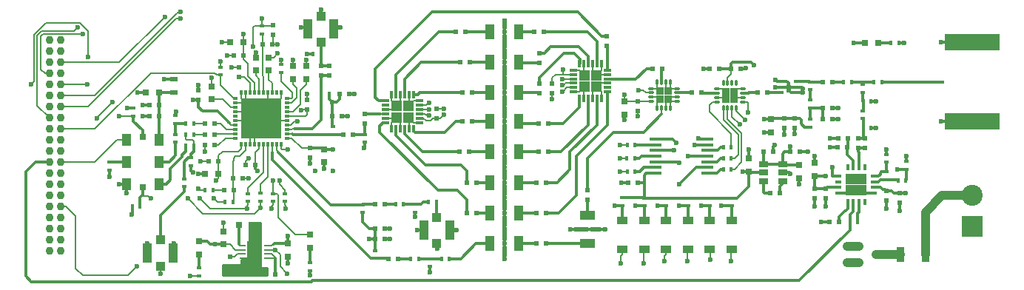
<source format=gtl>
G04 #@! TF.FileFunction,Copper,L1,Top,Signal*
%FSLAX46Y46*%
G04 Gerber Fmt 4.6, Leading zero omitted, Abs format (unit mm)*
G04 Created by KiCad (PCBNEW 4.0.2-stable) date Sun May 15 21:38:53 2016*
%MOMM*%
G01*
G04 APERTURE LIST*
%ADD10C,0.100000*%
%ADD11R,0.600000X0.400000*%
%ADD12R,0.797560X0.797560*%
%ADD13R,0.600000X0.500000*%
%ADD14R,0.800000X0.750000*%
%ADD15R,0.750000X0.800000*%
%ADD16R,0.500000X0.600000*%
%ADD17R,1.220000X0.910000*%
%ADD18R,1.040000X1.800000*%
%ADD19R,0.610000X1.245000*%
%ADD20R,1.800000X1.040000*%
%ADD21R,1.245000X0.610000*%
%ADD22R,0.900000X0.500000*%
%ADD23C,2.400000*%
%ADD24R,2.400000X2.400000*%
%ADD25R,0.400000X0.600000*%
%ADD26R,1.000000X1.000000*%
%ADD27R,1.050000X2.200000*%
%ADD28R,0.500000X0.300000*%
%ADD29R,0.300000X0.500000*%
%ADD30R,1.150000X1.150000*%
%ADD31R,0.300000X0.850000*%
%ADD32R,0.850000X0.300000*%
%ADD33R,1.300000X1.300000*%
%ADD34R,1.060000X0.650000*%
%ADD35O,0.750000X0.300000*%
%ADD36O,0.300000X0.750000*%
%ADD37R,0.900000X0.900000*%
%ADD38R,1.450000X0.450000*%
%ADD39R,0.749300X0.398780*%
%ADD40R,0.800000X0.350000*%
%ADD41R,0.350000X0.800000*%
%ADD42R,1.250000X1.250000*%
%ADD43R,1.000000X1.400000*%
%ADD44R,0.800000X0.800000*%
%ADD45R,6.350000X1.910000*%
%ADD46R,6.000000X0.380000*%
%ADD47R,0.700000X0.250000*%
%ADD48R,0.830000X1.190000*%
%ADD49R,0.900000X1.700000*%
%ADD50C,0.925000*%
%ADD51R,0.800100X0.800100*%
%ADD52C,0.600000*%
%ADD53C,0.350000*%
%ADD54C,0.200000*%
%ADD55C,1.000000*%
%ADD56C,0.127000*%
%ADD57C,0.254000*%
G04 APERTURE END LIST*
D10*
D11*
X181300000Y-114550000D03*
X181300000Y-115450000D03*
D12*
X181300000Y-111501400D03*
X181300000Y-113000000D03*
D13*
X254550000Y-109250000D03*
X253450000Y-109250000D03*
D14*
X186350000Y-88700000D03*
X184850000Y-88700000D03*
X183500000Y-103750000D03*
X182000000Y-103750000D03*
D15*
X195600000Y-100950000D03*
X195600000Y-102450000D03*
D13*
X183050000Y-98000000D03*
X181950000Y-98000000D03*
X181950000Y-99250000D03*
X183050000Y-99250000D03*
D15*
X182750000Y-95250000D03*
X182750000Y-93750000D03*
D16*
X181250000Y-94250000D03*
X181250000Y-95350000D03*
D13*
X181950000Y-100500000D03*
X183050000Y-100500000D03*
X185300000Y-105600000D03*
X184200000Y-105600000D03*
X182450000Y-102300000D03*
X183550000Y-102300000D03*
X185200000Y-104250000D03*
X186300000Y-104250000D03*
X186350000Y-90200000D03*
X185250000Y-90200000D03*
D16*
X185900000Y-91600000D03*
X185900000Y-92700000D03*
D13*
X186650000Y-102750000D03*
X187750000Y-102750000D03*
D15*
X187800000Y-91950000D03*
X187800000Y-90450000D03*
X189300000Y-91950000D03*
X189300000Y-90450000D03*
D16*
X189750000Y-87850000D03*
X189750000Y-86750000D03*
D13*
X189650000Y-89000000D03*
X188550000Y-89000000D03*
D16*
X194000000Y-100850000D03*
X194000000Y-101950000D03*
D15*
X192100000Y-92950000D03*
X192100000Y-91450000D03*
X193600000Y-92950000D03*
X193600000Y-91450000D03*
D16*
X193700000Y-95350000D03*
X193700000Y-96450000D03*
D13*
X202600000Y-111250000D03*
X201500000Y-111250000D03*
X202600000Y-110000000D03*
X201500000Y-110000000D03*
X202550000Y-107250000D03*
X201450000Y-107250000D03*
X204100000Y-113500000D03*
X203000000Y-113500000D03*
X197650000Y-97150000D03*
X196550000Y-97150000D03*
X198500000Y-94600000D03*
X197400000Y-94600000D03*
D16*
X195250000Y-91450000D03*
X195250000Y-92550000D03*
X196250000Y-91450000D03*
X196250000Y-92550000D03*
D13*
X198950000Y-99300000D03*
X197850000Y-99300000D03*
D16*
X200250000Y-98050000D03*
X200250000Y-96950000D03*
X221700000Y-94550000D03*
X221700000Y-93450000D03*
D13*
X213050000Y-108250000D03*
X211950000Y-108250000D03*
X213050000Y-104750000D03*
X211950000Y-104750000D03*
X212250000Y-101250000D03*
X211150000Y-101250000D03*
X212550000Y-97750000D03*
X211450000Y-97750000D03*
X212550000Y-94500000D03*
X211450000Y-94500000D03*
X212300000Y-91000000D03*
X211200000Y-91000000D03*
X211750000Y-87500000D03*
X210650000Y-87500000D03*
D16*
X228000000Y-89100000D03*
X228000000Y-88000000D03*
D13*
X221050000Y-108250000D03*
X219950000Y-108250000D03*
X221000000Y-104750000D03*
X219900000Y-104750000D03*
X221250000Y-101250000D03*
X220150000Y-101250000D03*
X221300000Y-98000000D03*
X220200000Y-98000000D03*
D16*
X220250000Y-93450000D03*
X220250000Y-94550000D03*
X220250000Y-89950000D03*
X220250000Y-91050000D03*
D13*
X220800000Y-87500000D03*
X219700000Y-87500000D03*
X234300000Y-91750000D03*
X233200000Y-91750000D03*
X247050000Y-101250000D03*
X245950000Y-101250000D03*
X250050000Y-101250000D03*
X248950000Y-101250000D03*
D15*
X250000000Y-102750000D03*
X250000000Y-104250000D03*
X244250000Y-103500000D03*
X244250000Y-102000000D03*
D13*
X247750000Y-106000000D03*
X246650000Y-106000000D03*
X238800000Y-94500000D03*
X237700000Y-94500000D03*
X239700000Y-91750000D03*
X240800000Y-91750000D03*
X243300000Y-91750000D03*
X242200000Y-91750000D03*
X246300000Y-94500000D03*
X245200000Y-94500000D03*
X230450000Y-104750000D03*
X231550000Y-104750000D03*
D16*
X249500000Y-98550000D03*
X249500000Y-97450000D03*
D15*
X246750000Y-99000000D03*
X246750000Y-97500000D03*
D13*
X253800000Y-97500000D03*
X252700000Y-97500000D03*
D16*
X248250000Y-98550000D03*
X248250000Y-97450000D03*
D13*
X253750000Y-96250000D03*
X252650000Y-96250000D03*
X253800000Y-93250000D03*
X252700000Y-93250000D03*
D16*
X225750000Y-106750000D03*
X225750000Y-105650000D03*
X231500000Y-95500000D03*
X231500000Y-96600000D03*
D15*
X230000000Y-95500000D03*
X230000000Y-97000000D03*
D16*
X251750000Y-105500000D03*
X251750000Y-106600000D03*
X253000000Y-105500000D03*
X253000000Y-106600000D03*
D13*
X255500000Y-100750000D03*
X254400000Y-100750000D03*
X255550000Y-99750000D03*
X254450000Y-99750000D03*
D16*
X256750000Y-100800000D03*
X256750000Y-99700000D03*
X257500000Y-100800000D03*
X257500000Y-99700000D03*
X260000000Y-105750000D03*
X260000000Y-106850000D03*
X261500000Y-105950000D03*
X261500000Y-107050000D03*
D13*
X221050000Y-111750000D03*
X219950000Y-111750000D03*
X176750000Y-97200000D03*
X175650000Y-97200000D03*
X176750000Y-95900000D03*
X175650000Y-95900000D03*
D14*
X176750000Y-94500000D03*
X175250000Y-94500000D03*
D12*
X194000000Y-110750700D03*
X194000000Y-112249300D03*
D17*
X229750000Y-112385000D03*
X229750000Y-109115000D03*
X232250000Y-112385000D03*
X232250000Y-109115000D03*
X234750000Y-112385000D03*
X234750000Y-109115000D03*
X242250000Y-112385000D03*
X242250000Y-109115000D03*
X239750000Y-112385000D03*
X239750000Y-109115000D03*
X237250000Y-112385000D03*
X237250000Y-109115000D03*
D12*
X257500700Y-88750000D03*
X258999300Y-88750000D03*
D18*
X214625000Y-108250000D03*
X217875000Y-108250000D03*
D19*
X216250000Y-109177500D03*
X216250000Y-107322500D03*
D18*
X214625000Y-104750000D03*
X217875000Y-104750000D03*
D19*
X216250000Y-105677500D03*
X216250000Y-103822500D03*
D18*
X214625000Y-101250000D03*
X217875000Y-101250000D03*
D19*
X216250000Y-102177500D03*
X216250000Y-100322500D03*
D18*
X214625000Y-97750000D03*
X217875000Y-97750000D03*
D19*
X216250000Y-98677500D03*
X216250000Y-96822500D03*
D18*
X214625000Y-94500000D03*
X217875000Y-94500000D03*
D19*
X216250000Y-95427500D03*
X216250000Y-93572500D03*
D18*
X214625000Y-91000000D03*
X217875000Y-91000000D03*
D19*
X216250000Y-91927500D03*
X216250000Y-90072500D03*
D18*
X214625000Y-87500000D03*
X217875000Y-87500000D03*
D19*
X216250000Y-88427500D03*
X216250000Y-86572500D03*
D18*
X214625000Y-111750000D03*
X217875000Y-111750000D03*
D19*
X216250000Y-112677500D03*
X216250000Y-110822500D03*
D20*
X225750000Y-111750000D03*
X225750000Y-108500000D03*
D21*
X226677500Y-110125000D03*
X224822500Y-110125000D03*
D11*
X200000000Y-107300000D03*
X200000000Y-108200000D03*
X201500000Y-112550000D03*
X201500000Y-113450000D03*
X251250000Y-96200000D03*
X251250000Y-95300000D03*
X251250000Y-94150000D03*
X251250000Y-93250000D03*
D22*
X178400000Y-92950000D03*
X178400000Y-94450000D03*
D23*
X269750000Y-106250000D03*
D24*
X269750000Y-109750000D03*
D11*
X179600000Y-105250000D03*
X179600000Y-104350000D03*
X178600000Y-100150000D03*
X178600000Y-99250000D03*
D25*
X179800000Y-100550000D03*
X180700000Y-100550000D03*
D11*
X180400000Y-101950000D03*
X180400000Y-102850000D03*
X178600000Y-98000000D03*
X178600000Y-97100000D03*
D25*
X180700000Y-98000000D03*
X179800000Y-98000000D03*
X180700000Y-99250000D03*
X179800000Y-99250000D03*
D11*
X194000000Y-114850000D03*
X194000000Y-113950000D03*
D25*
X182000000Y-105600000D03*
X182900000Y-105600000D03*
X185200000Y-107000000D03*
X184300000Y-107000000D03*
D11*
X188500000Y-86850000D03*
X188500000Y-87750000D03*
X183800000Y-91550000D03*
X183800000Y-92450000D03*
X191100000Y-106050000D03*
X191100000Y-106950000D03*
X189750000Y-106050000D03*
X189750000Y-106950000D03*
X188300000Y-106000000D03*
X188300000Y-106900000D03*
X186900000Y-106050000D03*
X186900000Y-106950000D03*
X190700000Y-91250000D03*
X190700000Y-92150000D03*
D25*
X196200000Y-94650000D03*
X195300000Y-94650000D03*
D11*
X196600000Y-99250000D03*
X196600000Y-98350000D03*
D25*
X203800000Y-107250000D03*
X204700000Y-107250000D03*
X205550000Y-113500000D03*
X206450000Y-113500000D03*
D11*
X206000000Y-108150000D03*
X206000000Y-107250000D03*
X207750000Y-114400000D03*
X207750000Y-113500000D03*
D25*
X207550000Y-107000000D03*
X208450000Y-107000000D03*
X209050000Y-113500000D03*
X209950000Y-113500000D03*
X194350000Y-90100000D03*
X195250000Y-90100000D03*
D11*
X200250000Y-100150000D03*
X200250000Y-99250000D03*
X229750000Y-107400000D03*
X229750000Y-106500000D03*
X232250000Y-107450000D03*
X232250000Y-106550000D03*
X234750000Y-107450000D03*
X234750000Y-106550000D03*
D25*
X231200000Y-100500000D03*
X230300000Y-100500000D03*
X231150000Y-102000000D03*
X230250000Y-102000000D03*
X231200000Y-103500000D03*
X230300000Y-103500000D03*
X242200000Y-100750000D03*
X241300000Y-100750000D03*
X242200000Y-102000000D03*
X241300000Y-102000000D03*
X242200000Y-103250000D03*
X241300000Y-103250000D03*
D11*
X237250000Y-107450000D03*
X237250000Y-106550000D03*
X239750000Y-107450000D03*
X239750000Y-106550000D03*
X242250000Y-107450000D03*
X242250000Y-106550000D03*
X251250000Y-97500000D03*
X251250000Y-98400000D03*
D25*
X257300000Y-98500000D03*
X258200000Y-98500000D03*
X255950000Y-93250000D03*
X255050000Y-93250000D03*
X258200000Y-95500000D03*
X257300000Y-95500000D03*
D11*
X257250000Y-94450000D03*
X257250000Y-93550000D03*
X257250000Y-97450000D03*
X257250000Y-96550000D03*
D25*
X259450000Y-93250000D03*
X258550000Y-93250000D03*
D11*
X260000000Y-103550000D03*
X260000000Y-104450000D03*
X260000000Y-101550000D03*
X260000000Y-102450000D03*
X262250000Y-102350000D03*
X262250000Y-103250000D03*
D25*
X262200000Y-104500000D03*
X261300000Y-104500000D03*
X255800000Y-109250000D03*
X256700000Y-109250000D03*
D11*
X171100000Y-102450000D03*
X171100000Y-103350000D03*
X173800000Y-96250000D03*
X173800000Y-97150000D03*
D25*
X173650000Y-107500000D03*
X174550000Y-107500000D03*
X260500000Y-88750000D03*
X261400000Y-88750000D03*
D26*
X176900000Y-111350000D03*
D27*
X178375000Y-112850000D03*
X175425000Y-112850000D03*
D26*
X176900000Y-114350000D03*
D28*
X185425000Y-95175000D03*
X185425000Y-95675000D03*
X185425000Y-96175000D03*
X185425000Y-96675000D03*
X185425000Y-97175000D03*
X185425000Y-97675000D03*
X185425000Y-98175000D03*
X185425000Y-98675000D03*
X185425000Y-99175000D03*
X185425000Y-99675000D03*
D29*
X186175000Y-100425000D03*
X186675000Y-100425000D03*
X187175000Y-100425000D03*
X187675000Y-100425000D03*
X188175000Y-100425000D03*
X188675000Y-100425000D03*
X189175000Y-100425000D03*
X189675000Y-100425000D03*
X190175000Y-100425000D03*
X190675000Y-100425000D03*
D28*
X191425000Y-99675000D03*
X191425000Y-99175000D03*
X191425000Y-98675000D03*
X191425000Y-98175000D03*
X191425000Y-97675000D03*
X191425000Y-97175000D03*
X191425000Y-96675000D03*
X191425000Y-96175000D03*
X191425000Y-95675000D03*
X191425000Y-95175000D03*
D29*
X190675000Y-94425000D03*
X190175000Y-94425000D03*
X189675000Y-94425000D03*
X189175000Y-94425000D03*
X188675000Y-94425000D03*
X188175000Y-94425000D03*
X187675000Y-94425000D03*
X187175000Y-94425000D03*
X186675000Y-94425000D03*
X186175000Y-94425000D03*
D30*
X190150000Y-99150000D03*
X190150000Y-98000000D03*
X190150000Y-96850000D03*
X190150000Y-95700000D03*
X189000000Y-99150000D03*
X189000000Y-98000000D03*
X189000000Y-96850000D03*
X189000000Y-95700000D03*
X187850000Y-99150000D03*
X187850000Y-98000000D03*
X187850000Y-96850000D03*
X187850000Y-95700000D03*
X186700000Y-99150000D03*
X186700000Y-98000000D03*
X186700000Y-96850000D03*
X186700000Y-95700000D03*
D26*
X208500000Y-108750000D03*
D27*
X209975000Y-110250000D03*
X207025000Y-110250000D03*
D26*
X208500000Y-111750000D03*
X195250000Y-88700000D03*
D27*
X193775000Y-87200000D03*
X196725000Y-87200000D03*
D26*
X195250000Y-85700000D03*
D31*
X203350000Y-98600000D03*
X203850000Y-98600000D03*
X204350000Y-98600000D03*
X204850000Y-98600000D03*
X205350000Y-98600000D03*
X205850000Y-98600000D03*
D32*
X206550000Y-97900000D03*
X206550000Y-97400000D03*
X206550000Y-96900000D03*
X206550000Y-96400000D03*
X206550000Y-95900000D03*
X206550000Y-95400000D03*
D31*
X205850000Y-94700000D03*
X205350000Y-94700000D03*
X204850000Y-94700000D03*
X204350000Y-94700000D03*
X203850000Y-94700000D03*
X203350000Y-94700000D03*
D32*
X202650000Y-95400000D03*
X202650000Y-95900000D03*
X202650000Y-96400000D03*
X202650000Y-96900000D03*
X202650000Y-97400000D03*
X202650000Y-97900000D03*
D33*
X205250000Y-96000000D03*
X203950000Y-96000000D03*
X205250000Y-97300000D03*
X203950000Y-97300000D03*
D31*
X227350000Y-91200000D03*
X226850000Y-91200000D03*
X226350000Y-91200000D03*
X225850000Y-91200000D03*
X225350000Y-91200000D03*
X224850000Y-91200000D03*
D32*
X224150000Y-91900000D03*
X224150000Y-92400000D03*
X224150000Y-92900000D03*
X224150000Y-93400000D03*
X224150000Y-93900000D03*
X224150000Y-94400000D03*
D31*
X224850000Y-95100000D03*
X225350000Y-95100000D03*
X225850000Y-95100000D03*
X226350000Y-95100000D03*
X226850000Y-95100000D03*
X227350000Y-95100000D03*
D32*
X228050000Y-94400000D03*
X228050000Y-93900000D03*
X228050000Y-93400000D03*
X228050000Y-92900000D03*
X228050000Y-92400000D03*
X228050000Y-91900000D03*
D33*
X225450000Y-93800000D03*
X226750000Y-93800000D03*
X225450000Y-92500000D03*
X226750000Y-92500000D03*
D34*
X245900000Y-102690000D03*
X245900000Y-103640000D03*
X245900000Y-104590000D03*
X248100000Y-104590000D03*
X248100000Y-102690000D03*
X248100000Y-103640000D03*
D35*
X240575000Y-94050000D03*
X240575000Y-94550000D03*
X240575000Y-95050000D03*
X240575000Y-95550000D03*
D36*
X241300000Y-96275000D03*
X241800000Y-96275000D03*
X242300000Y-96275000D03*
X242800000Y-96275000D03*
D35*
X243525000Y-95550000D03*
X243525000Y-95050000D03*
X243525000Y-94550000D03*
X243525000Y-94050000D03*
D36*
X242800000Y-93325000D03*
X242300000Y-93325000D03*
X241800000Y-93325000D03*
X241300000Y-93325000D03*
D37*
X242500000Y-95250000D03*
X242500000Y-94350000D03*
X241600000Y-95250000D03*
X241600000Y-94350000D03*
D38*
X233550000Y-99800000D03*
X233550000Y-100450000D03*
X233550000Y-101100000D03*
X233550000Y-101750000D03*
X233550000Y-102400000D03*
X233550000Y-103050000D03*
X233550000Y-103700000D03*
X239450000Y-103700000D03*
X239450000Y-103050000D03*
X239450000Y-102400000D03*
X239450000Y-101750000D03*
X239450000Y-101100000D03*
X239450000Y-100450000D03*
X239450000Y-99800000D03*
D39*
X247850080Y-93199520D03*
X247850080Y-93849760D03*
X247850080Y-94500000D03*
X249750000Y-94500000D03*
X249750000Y-93849760D03*
X249750000Y-93199520D03*
D36*
X233750000Y-96225000D03*
X234250000Y-96225000D03*
X234750000Y-96225000D03*
X235250000Y-96225000D03*
D35*
X235975000Y-95500000D03*
X235975000Y-95000000D03*
X235975000Y-94500000D03*
X235975000Y-94000000D03*
D36*
X235250000Y-93275000D03*
X234750000Y-93275000D03*
X234250000Y-93275000D03*
X233750000Y-93275000D03*
D35*
X233025000Y-94000000D03*
X233025000Y-94500000D03*
X233025000Y-95000000D03*
X233025000Y-95500000D03*
D37*
X234950000Y-94300000D03*
X234050000Y-94300000D03*
X234950000Y-95200000D03*
X234050000Y-95200000D03*
D40*
X254500000Y-104025000D03*
X254500000Y-104675000D03*
X254500000Y-105325000D03*
X254500000Y-105975000D03*
D41*
X255525000Y-107000000D03*
X256175000Y-107000000D03*
X256825000Y-107000000D03*
X257475000Y-107000000D03*
D40*
X258500000Y-105975000D03*
X258500000Y-105325000D03*
X258500000Y-104675000D03*
X258500000Y-104025000D03*
D41*
X257475000Y-103000000D03*
X256825000Y-103000000D03*
X256175000Y-103000000D03*
X255525000Y-103000000D03*
D42*
X257125000Y-105625000D03*
X257125000Y-104375000D03*
X255875000Y-105625000D03*
X255875000Y-104375000D03*
D43*
X173000000Y-99860000D03*
X173000000Y-102400000D03*
X173000000Y-104940000D03*
X176700000Y-104940000D03*
X176700000Y-102400000D03*
X176700000Y-99860000D03*
D44*
X174850000Y-99535000D03*
X174850000Y-105265000D03*
D45*
X269750000Y-97770000D03*
X269750000Y-88730000D03*
D46*
X263575000Y-93250000D03*
D15*
X251750000Y-104000000D03*
X251750000Y-102500000D03*
X191500000Y-113250000D03*
X191500000Y-111750000D03*
D13*
X188900000Y-115300000D03*
X190000000Y-115300000D03*
D16*
X184900000Y-114400000D03*
X184900000Y-113300000D03*
D14*
X187350000Y-109600000D03*
X185850000Y-109600000D03*
D15*
X184100000Y-110350000D03*
X184100000Y-111850000D03*
D47*
X186285000Y-111955000D03*
X186285000Y-112455000D03*
X186285000Y-112955000D03*
X186285000Y-113455000D03*
X189085000Y-113455000D03*
X189085000Y-112955000D03*
X189085000Y-112455000D03*
X189085000Y-111955000D03*
D48*
X188100000Y-113300000D03*
X188100000Y-112110000D03*
X187270000Y-113300000D03*
X187270000Y-112110000D03*
D49*
X261550000Y-113000000D03*
X264450000Y-113000000D03*
D16*
X208500000Y-96300000D03*
X208500000Y-97400000D03*
D50*
X164180000Y-88450000D03*
X165450000Y-88450000D03*
X164180000Y-89720000D03*
X165450000Y-89720000D03*
X164180000Y-90990000D03*
X165450000Y-90990000D03*
X164180000Y-92260000D03*
X165450000Y-92260000D03*
X164180000Y-93530000D03*
X165450000Y-93530000D03*
X164180000Y-94800000D03*
X165450000Y-94800000D03*
X164180000Y-96070000D03*
X165450000Y-96070000D03*
X164180000Y-97340000D03*
X165450000Y-97340000D03*
X164180000Y-98610000D03*
X165450000Y-98610000D03*
X164180000Y-99880000D03*
X165450000Y-99880000D03*
X164180000Y-101150000D03*
X165450000Y-101150000D03*
X164180000Y-102420000D03*
X165450000Y-102420000D03*
X164180000Y-103690000D03*
X165450000Y-103690000D03*
X164180000Y-104960000D03*
X165450000Y-104960000D03*
X164180000Y-106230000D03*
X165450000Y-106230000D03*
X164180000Y-107500000D03*
X165450000Y-107500000D03*
X164180000Y-108770000D03*
X165450000Y-108770000D03*
X164180000Y-110040000D03*
X165450000Y-110040000D03*
X164180000Y-111310000D03*
X165450000Y-111310000D03*
X164180000Y-112580000D03*
X165450000Y-112580000D03*
D51*
X256799240Y-112050000D03*
X256799240Y-113950000D03*
X258798220Y-113000000D03*
D52*
X180600000Y-103600000D03*
X187000000Y-104250000D03*
X190325000Y-90000000D03*
X187848126Y-89888232D03*
X181200000Y-103800000D03*
X181200000Y-93600000D03*
X174300000Y-94500000D03*
X174900000Y-95900000D03*
X174900000Y-97200000D03*
X171100000Y-104100000D03*
X173000000Y-106000000D03*
X172200000Y-105000000D03*
X176900000Y-115200000D03*
X178400000Y-111700000D03*
X175425000Y-111725000D03*
X178650000Y-96650000D03*
X181950000Y-101250000D03*
X180300000Y-115500000D03*
X194000000Y-115400000D03*
X184100000Y-109400000D03*
X186100000Y-115000000D03*
X187200000Y-115000000D03*
X188100000Y-110800000D03*
X187300000Y-110800000D03*
X188100000Y-112110000D03*
X187270000Y-112110000D03*
X187270000Y-113300000D03*
X188100000Y-113300000D03*
X188000000Y-115000000D03*
X191500000Y-114000000D03*
X195250000Y-84950000D03*
X209300000Y-96300000D03*
X227800000Y-110100000D03*
X223775000Y-110125000D03*
X225705000Y-110125000D03*
X255450000Y-112050000D03*
X181500000Y-102300000D03*
X182750000Y-92750000D03*
X181250000Y-105500000D03*
X187000000Y-102000000D03*
X195600000Y-103200000D03*
X194000000Y-102600000D03*
X190300000Y-89000000D03*
X183900000Y-88700000D03*
X184500000Y-90200000D03*
X186700000Y-99150000D03*
X187850000Y-99150000D03*
X189000000Y-99150000D03*
X190150000Y-99150000D03*
X190150000Y-98000000D03*
X189000000Y-98000000D03*
X187850000Y-98000000D03*
X186700000Y-98000000D03*
X186700000Y-96850000D03*
X187850000Y-96850000D03*
X189000000Y-96850000D03*
X190150000Y-96850000D03*
X190150000Y-95700000D03*
X189000000Y-95700000D03*
X187850000Y-95700000D03*
X186700000Y-95700000D03*
X221700000Y-95200000D03*
X200200000Y-100800000D03*
X193600000Y-90700000D03*
X192100000Y-90700000D03*
X190700000Y-90700000D03*
X185000000Y-91600000D03*
X193700000Y-94600000D03*
X199100000Y-94600000D03*
X193700000Y-90100000D03*
X193000000Y-87000000D03*
X197500000Y-87000000D03*
X198350000Y-97150000D03*
X210750000Y-110250000D03*
X203950000Y-97300000D03*
X205250000Y-97300000D03*
X205250000Y-96000000D03*
X203950000Y-96000000D03*
X203150000Y-110050000D03*
X203150000Y-111250000D03*
X206000000Y-108700000D03*
X206250000Y-110250000D03*
X208550000Y-112350000D03*
X207750000Y-115050000D03*
X230000000Y-97600000D03*
X231500000Y-97200000D03*
X229650000Y-104750000D03*
X239050000Y-91750000D03*
X243900000Y-91700000D03*
X247249760Y-93849760D03*
X250400000Y-94000000D03*
X250400000Y-94500000D03*
X248775350Y-94250000D03*
X248750000Y-93750000D03*
X247250000Y-93000000D03*
X269750000Y-88730000D03*
X269750000Y-97770000D03*
X266250000Y-97750000D03*
X266270000Y-88730000D03*
X262000000Y-88750000D03*
X251000000Y-101250000D03*
X244250000Y-101000000D03*
X247200000Y-100500000D03*
X246000000Y-99000000D03*
X248250000Y-99250000D03*
X249500000Y-99200000D03*
X238500000Y-99750000D03*
X241600000Y-95250000D03*
X242500000Y-95250000D03*
X242500000Y-94350000D03*
X241600000Y-94350000D03*
X234050000Y-95200000D03*
X234950000Y-95200000D03*
X234950000Y-94300000D03*
X234050000Y-94300000D03*
X225450000Y-93800000D03*
X226750000Y-93800000D03*
X226750000Y-92500000D03*
X225450000Y-92500000D03*
X251750000Y-101750000D03*
X250000000Y-105000000D03*
X249000000Y-103750000D03*
X251750000Y-107500000D03*
X253000000Y-107500000D03*
X252500000Y-109250000D03*
X260000000Y-107750000D03*
X261500000Y-108000000D03*
X255875000Y-105625000D03*
X257125000Y-105625000D03*
X257125000Y-104375000D03*
X255875000Y-104375000D03*
X253500000Y-99750000D03*
X253500000Y-100750000D03*
X262250000Y-101750000D03*
X260000000Y-101000000D03*
X258750000Y-98500000D03*
X254450000Y-97500000D03*
X254500000Y-96250000D03*
X258750000Y-95500000D03*
X216250000Y-86572500D03*
X216250000Y-113500000D03*
X216250000Y-111750000D03*
X216250000Y-108250000D03*
X216250000Y-104750000D03*
X216250000Y-101250000D03*
X216250000Y-97750000D03*
X216250000Y-89250000D03*
X216250000Y-87500000D03*
X216250000Y-91000000D03*
X216250000Y-92750000D03*
X216250000Y-94500000D03*
X216250000Y-96250000D03*
X216250000Y-99500000D03*
X216250000Y-103000000D03*
X216250000Y-106500000D03*
X216250000Y-110000000D03*
X183000000Y-106600000D03*
X187500000Y-89250000D03*
X188500000Y-86000000D03*
X191500000Y-110900000D03*
X209300000Y-97027003D03*
X255450000Y-113950000D03*
X223000000Y-91800000D03*
X230000000Y-94700000D03*
X256250000Y-88750000D03*
X246000000Y-97500000D03*
X248950000Y-100650000D03*
X253000000Y-104000000D03*
X262200000Y-105950000D03*
X243500000Y-103500000D03*
X244800000Y-91300000D03*
X189750000Y-104500000D03*
X191500000Y-101000000D03*
X229600000Y-114000000D03*
X235900000Y-100200000D03*
X228900000Y-107400000D03*
X232200000Y-114000000D03*
X235650000Y-101100000D03*
X231300000Y-107450000D03*
X234600000Y-113800000D03*
X236252010Y-102500000D03*
X233800000Y-107450000D03*
X242200000Y-113800000D03*
X238000000Y-100500000D03*
X241050000Y-107450000D03*
X239800000Y-113600000D03*
X237250000Y-101750000D03*
X238800000Y-107450000D03*
X237200000Y-113800000D03*
X236250000Y-105000000D03*
X236300000Y-107450000D03*
X188000000Y-103400000D03*
X177350000Y-92950000D03*
X173600000Y-108400000D03*
X173100000Y-96200000D03*
X180600000Y-95350000D03*
X183150000Y-111850000D03*
X183250000Y-104500000D03*
X196600000Y-101000000D03*
X186400000Y-87800000D03*
X183800000Y-90900000D03*
X193000000Y-96500000D03*
X196550000Y-95550000D03*
X200750000Y-111250000D03*
X190500000Y-104500000D03*
X192600000Y-97800000D03*
X196600000Y-103400000D03*
X179200000Y-86000000D03*
X191200000Y-107783929D03*
X194600000Y-103400000D03*
X179200000Y-85200000D03*
X189600000Y-107783929D03*
X167400000Y-87000000D03*
X180000000Y-106600000D03*
X188300000Y-107700000D03*
X168000000Y-87760499D03*
X181400000Y-106600000D03*
X186800000Y-107783929D03*
X244150000Y-96750000D03*
X229500000Y-100500000D03*
X243800000Y-97600000D03*
X229500000Y-102000000D03*
X243172652Y-98127348D03*
X229500000Y-103500000D03*
X261250000Y-103250000D03*
X253750000Y-103000000D03*
X168530000Y-93530000D03*
X172200000Y-97200000D03*
X175800000Y-106600000D03*
X169600000Y-97400000D03*
X171379962Y-95600000D03*
X168600000Y-90400000D03*
X162130000Y-93530000D03*
X207600000Y-95645994D03*
X207600000Y-96372997D03*
X207600000Y-97100000D03*
X177400000Y-85800000D03*
X231600000Y-94200000D03*
X191400000Y-115172981D03*
X174200000Y-114400000D03*
X190055000Y-112455000D03*
X222900000Y-92927010D03*
X222900000Y-93654013D03*
X222900000Y-94381016D03*
D53*
X180400000Y-102850000D02*
X180400000Y-103400000D01*
X180400000Y-103400000D02*
X180600000Y-103600000D01*
D54*
X189300000Y-90450000D02*
X189875000Y-90450000D01*
X189875000Y-90450000D02*
X190325000Y-90000000D01*
X187800000Y-90450000D02*
X187848126Y-89888232D01*
X187800000Y-89800000D02*
X187800000Y-89840106D01*
X187800000Y-89840106D02*
X187848126Y-89888232D01*
D53*
X181350000Y-103750000D02*
X181300000Y-103800000D01*
X181300000Y-103800000D02*
X181200000Y-103800000D01*
X182000000Y-103750000D02*
X181350000Y-103750000D01*
X181250000Y-94250000D02*
X181250000Y-93650000D01*
X181250000Y-93650000D02*
X181200000Y-93600000D01*
X175250000Y-94500000D02*
X174300000Y-94500000D01*
X175650000Y-95900000D02*
X174900000Y-95900000D01*
X175650000Y-97200000D02*
X174900000Y-97200000D01*
X171100000Y-103900000D02*
X171100000Y-104100000D01*
X171100000Y-103350000D02*
X171100000Y-103900000D01*
X173000000Y-104940000D02*
X173000000Y-106000000D01*
X173000000Y-104940000D02*
X172260000Y-104940000D01*
X172260000Y-104940000D02*
X172200000Y-105000000D01*
D54*
X176900000Y-115050000D02*
X176900000Y-115200000D01*
X176900000Y-114350000D02*
X176900000Y-115050000D01*
X178375000Y-112850000D02*
X178375000Y-111725000D01*
X178375000Y-111725000D02*
X178400000Y-111700000D01*
X175425000Y-112850000D02*
X175425000Y-111725000D01*
D53*
X178650000Y-97100000D02*
X178650000Y-96650000D01*
D54*
X181950000Y-100500000D02*
X181950000Y-101250000D01*
X181300000Y-115450000D02*
X180350000Y-115450000D01*
X180350000Y-115450000D02*
X180300000Y-115500000D01*
D53*
X194000000Y-114850000D02*
X194000000Y-115400000D01*
D54*
X184100000Y-110325000D02*
X184100000Y-109400000D01*
X184100000Y-110350000D02*
X184100000Y-110325000D01*
X187950000Y-109600000D02*
X188100000Y-109600000D01*
X187350000Y-109600000D02*
X187950000Y-109600000D01*
X184900000Y-115300000D02*
X186100000Y-115300000D01*
X184900000Y-115300000D02*
X184900000Y-115400000D01*
X184900000Y-114400000D02*
X184900000Y-115300000D01*
X187200000Y-114165000D02*
X187200000Y-115300000D01*
X187270000Y-113300000D02*
X187270000Y-114095000D01*
X187270000Y-114095000D02*
X187200000Y-114165000D01*
X188100000Y-112110000D02*
X188100000Y-110800000D01*
X187300000Y-111285000D02*
X187300000Y-110800000D01*
X187270000Y-112110000D02*
X187270000Y-111315000D01*
X187270000Y-111315000D02*
X187300000Y-111285000D01*
X186285000Y-113455000D02*
X187115000Y-113455000D01*
X187115000Y-113455000D02*
X187270000Y-113300000D01*
D53*
X188100000Y-113300000D02*
X188100000Y-115200000D01*
X188100000Y-115200000D02*
X188000000Y-115300000D01*
X188250000Y-115300000D02*
X188000000Y-115300000D01*
X188900000Y-115300000D02*
X188250000Y-115300000D01*
X191500000Y-113800000D02*
X191500000Y-114000000D01*
X191500000Y-113250000D02*
X191500000Y-113800000D01*
X195250000Y-85700000D02*
X195250000Y-84950000D01*
D54*
X208500000Y-96300000D02*
X209300000Y-96300000D01*
D53*
X226677500Y-110125000D02*
X227775000Y-110125000D01*
X227775000Y-110125000D02*
X227800000Y-110100000D01*
X224822500Y-110125000D02*
X223775000Y-110125000D01*
X225705000Y-110125000D02*
X224822500Y-110125000D01*
X225700000Y-110130000D02*
X225705000Y-110125000D01*
X226677500Y-110125000D02*
X225705000Y-110125000D01*
D55*
X256799240Y-112050000D02*
X255450000Y-112050000D01*
D54*
X182450000Y-102300000D02*
X181500000Y-102300000D01*
X182750000Y-93150000D02*
X182750000Y-92750000D01*
X182750000Y-93750000D02*
X182750000Y-93150000D01*
X181350000Y-105600000D02*
X181250000Y-105500000D01*
X182000000Y-105600000D02*
X181350000Y-105600000D01*
X189750000Y-87850000D02*
X189750000Y-88900000D01*
X189750000Y-88900000D02*
X189650000Y-89000000D01*
X186300000Y-104250000D02*
X187000000Y-104250000D01*
X186950000Y-102000000D02*
X187000000Y-102000000D01*
X186650000Y-102750000D02*
X186650000Y-102300000D01*
X186650000Y-102300000D02*
X186950000Y-102000000D01*
D53*
X195600000Y-102450000D02*
X195600000Y-103200000D01*
X194000000Y-102400000D02*
X194000000Y-102600000D01*
X194000000Y-101950000D02*
X194000000Y-102400000D01*
D54*
X190200000Y-89000000D02*
X190300000Y-89000000D01*
X189650000Y-89000000D02*
X190200000Y-89000000D01*
X184250000Y-88700000D02*
X183900000Y-88700000D01*
X184850000Y-88700000D02*
X184250000Y-88700000D01*
X184750000Y-90200000D02*
X184500000Y-90200000D01*
X185250000Y-90200000D02*
X184750000Y-90200000D01*
X187675000Y-100425000D02*
X187675000Y-99325000D01*
X187675000Y-99325000D02*
X187850000Y-99150000D01*
X187175000Y-100425000D02*
X187175000Y-99625000D01*
X187175000Y-99625000D02*
X186700000Y-99150000D01*
X191425000Y-97675000D02*
X190475000Y-97675000D01*
X190475000Y-97675000D02*
X190150000Y-98000000D01*
X190675000Y-94425000D02*
X190675000Y-95175000D01*
X190675000Y-95175000D02*
X190150000Y-95700000D01*
X189175000Y-94425000D02*
X189175000Y-95525000D01*
X189175000Y-95525000D02*
X189000000Y-95700000D01*
X186675000Y-94425000D02*
X186675000Y-95675000D01*
X186675000Y-95675000D02*
X186700000Y-95700000D01*
X186175000Y-94425000D02*
X186175000Y-95175000D01*
X186175000Y-95175000D02*
X186700000Y-95700000D01*
X185425000Y-95675000D02*
X186675000Y-95675000D01*
X185425000Y-96675000D02*
X186525000Y-96675000D01*
X186525000Y-96675000D02*
X186700000Y-96850000D01*
X185425000Y-97675000D02*
X186375000Y-97675000D01*
X186375000Y-97675000D02*
X186700000Y-98000000D01*
X189000000Y-98000000D02*
X190150000Y-98000000D01*
X187850000Y-98000000D02*
X189000000Y-98000000D01*
X221700000Y-94550000D02*
X221700000Y-95200000D01*
D53*
X200250000Y-100150000D02*
X200250000Y-100750000D01*
X200250000Y-100750000D02*
X200200000Y-100800000D01*
D54*
X193600000Y-90850000D02*
X193600000Y-90700000D01*
X193600000Y-91450000D02*
X193600000Y-90850000D01*
X192100000Y-91450000D02*
X192100000Y-90700000D01*
X190700000Y-91250000D02*
X190700000Y-90700000D01*
X185900000Y-91600000D02*
X185000000Y-91600000D01*
X193700000Y-94850000D02*
X193700000Y-94600000D01*
X193700000Y-95350000D02*
X193700000Y-94850000D01*
D53*
X198500000Y-94600000D02*
X199100000Y-94600000D01*
X196725000Y-87050000D02*
X197450000Y-87050000D01*
X197450000Y-87050000D02*
X197500000Y-87000000D01*
X193775000Y-87050000D02*
X193050000Y-87050000D01*
X193050000Y-87050000D02*
X193000000Y-87000000D01*
X194350000Y-90100000D02*
X193700000Y-90100000D01*
X197650000Y-97150000D02*
X198350000Y-97150000D01*
D54*
X203350000Y-98600000D02*
X203350000Y-97900000D01*
X203350000Y-97900000D02*
X203950000Y-97300000D01*
X202650000Y-97400000D02*
X203850000Y-97400000D01*
X203850000Y-97400000D02*
X203950000Y-97300000D01*
X204350000Y-98600000D02*
X204350000Y-97700000D01*
X204350000Y-97700000D02*
X203950000Y-97300000D01*
X205350000Y-98600000D02*
X205350000Y-97400000D01*
X205350000Y-97400000D02*
X205250000Y-97300000D01*
X206550000Y-97900000D02*
X205850000Y-97900000D01*
X205850000Y-97900000D02*
X205250000Y-97300000D01*
X206550000Y-95400000D02*
X205850000Y-95400000D01*
X205850000Y-95400000D02*
X205250000Y-96000000D01*
X205350000Y-94700000D02*
X205350000Y-95900000D01*
X205350000Y-95900000D02*
X205250000Y-96000000D01*
X204350000Y-94700000D02*
X204350000Y-95600000D01*
X204350000Y-95600000D02*
X203950000Y-96000000D01*
X203350000Y-94700000D02*
X203350000Y-95400000D01*
X203350000Y-95400000D02*
X203950000Y-96000000D01*
X202650000Y-96400000D02*
X203550000Y-96400000D01*
X203550000Y-96400000D02*
X203950000Y-96000000D01*
D53*
X202600000Y-110000000D02*
X203100000Y-110000000D01*
X203100000Y-110000000D02*
X203150000Y-110050000D01*
X202600000Y-111250000D02*
X203150000Y-111250000D01*
X206000000Y-108150000D02*
X206000000Y-108700000D01*
X207025000Y-110250000D02*
X206250000Y-110250000D01*
X209975000Y-110250000D02*
X210750000Y-110250000D01*
X208500000Y-111750000D02*
X208500000Y-112300000D01*
X208500000Y-112300000D02*
X208550000Y-112350000D01*
X207750000Y-114400000D02*
X207750000Y-115050000D01*
D54*
X230000000Y-97000000D02*
X230000000Y-97600000D01*
X231500000Y-96600000D02*
X231500000Y-97200000D01*
D53*
X230450000Y-104750000D02*
X229650000Y-104750000D01*
X239700000Y-91750000D02*
X239050000Y-91750000D01*
X243300000Y-91750000D02*
X243850000Y-91750000D01*
X243850000Y-91750000D02*
X243900000Y-91700000D01*
X247349760Y-93849760D02*
X247249760Y-93849760D01*
X250249760Y-93849760D02*
X250400000Y-94000000D01*
X249750000Y-94500000D02*
X250400000Y-94500000D01*
X249750000Y-93849760D02*
X250249760Y-93849760D01*
X250249760Y-93849760D02*
X250300000Y-93900000D01*
X248775350Y-94250000D02*
X248775350Y-93775350D01*
X248775350Y-93775350D02*
X248750000Y-93750000D01*
X248750000Y-93374790D02*
X248750000Y-93750000D01*
X247850080Y-93199520D02*
X248574730Y-93199520D01*
X248574730Y-93199520D02*
X248750000Y-93374790D01*
X247850080Y-93849760D02*
X248650240Y-93849760D01*
X248650240Y-93849760D02*
X248750000Y-93750000D01*
X249750000Y-94500000D02*
X249025350Y-94500000D01*
X249025350Y-94500000D02*
X248775350Y-94250000D01*
X248925590Y-93750000D02*
X248750000Y-93750000D01*
X249750000Y-93849760D02*
X249025350Y-93849760D01*
X249025350Y-93849760D02*
X248925590Y-93750000D01*
X249750000Y-94500000D02*
X250250000Y-94500000D01*
X249750000Y-93849760D02*
X250099760Y-93849760D01*
X247449520Y-93199520D02*
X247250000Y-93000000D01*
X247850080Y-93199520D02*
X247449520Y-93199520D01*
X247850080Y-93849760D02*
X247349760Y-93849760D01*
X269750000Y-97770000D02*
X266270000Y-97770000D01*
X266270000Y-97770000D02*
X266250000Y-97750000D01*
X269750000Y-88730000D02*
X266270000Y-88730000D01*
X261400000Y-88750000D02*
X262000000Y-88750000D01*
X250700000Y-101250000D02*
X251000000Y-101250000D01*
X250050000Y-101250000D02*
X250700000Y-101250000D01*
X244250000Y-102000000D02*
X244250000Y-101000000D01*
X247050000Y-101250000D02*
X247050000Y-100650000D01*
X247050000Y-100650000D02*
X247200000Y-100500000D01*
X246750000Y-99000000D02*
X246000000Y-99000000D01*
X248250000Y-98550000D02*
X248250000Y-99250000D01*
X249500000Y-98550000D02*
X249500000Y-99200000D01*
X239450000Y-99800000D02*
X238550000Y-99800000D01*
X238550000Y-99800000D02*
X238500000Y-99750000D01*
D54*
X240575000Y-95050000D02*
X241400000Y-95050000D01*
X241400000Y-95050000D02*
X241600000Y-95250000D01*
X243525000Y-95050000D02*
X242700000Y-95050000D01*
X242700000Y-95050000D02*
X242500000Y-95250000D01*
X243525000Y-94050000D02*
X242800000Y-94050000D01*
X242800000Y-94050000D02*
X242500000Y-94350000D01*
X240575000Y-94050000D02*
X241300000Y-94050000D01*
X241300000Y-94050000D02*
X241600000Y-94350000D01*
X233750000Y-96225000D02*
X233750000Y-95500000D01*
X233750000Y-95500000D02*
X234050000Y-95200000D01*
X234750000Y-96225000D02*
X234750000Y-95400000D01*
X234750000Y-95400000D02*
X234950000Y-95200000D01*
X235250000Y-96225000D02*
X235250000Y-95500000D01*
X235250000Y-95500000D02*
X234950000Y-95200000D01*
X235975000Y-95500000D02*
X235250000Y-95500000D01*
X235975000Y-95000000D02*
X235150000Y-95000000D01*
X235150000Y-95000000D02*
X234950000Y-95200000D01*
X235975000Y-94000000D02*
X235250000Y-94000000D01*
X235250000Y-94000000D02*
X234950000Y-94300000D01*
X235250000Y-93275000D02*
X235250000Y-94000000D01*
X234750000Y-93275000D02*
X234750000Y-94100000D01*
X234750000Y-94100000D02*
X234950000Y-94300000D01*
X234750000Y-93275000D02*
X234750000Y-93600000D01*
X233750000Y-93275000D02*
X233750000Y-94000000D01*
X233750000Y-94000000D02*
X234050000Y-94300000D01*
X233025000Y-94000000D02*
X233750000Y-94000000D01*
X233025000Y-95000000D02*
X233850000Y-95000000D01*
X233850000Y-95000000D02*
X234050000Y-95200000D01*
X224150000Y-94400000D02*
X224850000Y-94400000D01*
X224850000Y-94400000D02*
X225450000Y-93800000D01*
X225350000Y-95100000D02*
X225350000Y-93900000D01*
X225350000Y-93900000D02*
X225450000Y-93800000D01*
X226350000Y-95100000D02*
X226350000Y-94200000D01*
X226350000Y-94200000D02*
X226750000Y-93800000D01*
X227350000Y-95100000D02*
X227350000Y-94400000D01*
X227350000Y-94400000D02*
X226750000Y-93800000D01*
X228050000Y-93400000D02*
X227150000Y-93400000D01*
X227150000Y-93400000D02*
X226750000Y-93800000D01*
X228050000Y-92400000D02*
X226850000Y-92400000D01*
X226850000Y-92400000D02*
X226750000Y-92500000D01*
X227350000Y-91200000D02*
X227350000Y-91900000D01*
X227350000Y-91900000D02*
X226750000Y-92500000D01*
X226350000Y-91200000D02*
X226350000Y-92100000D01*
X226350000Y-92100000D02*
X226750000Y-92500000D01*
X225350000Y-91200000D02*
X225350000Y-92400000D01*
X225350000Y-92400000D02*
X225450000Y-92500000D01*
X224150000Y-91900000D02*
X224850000Y-91900000D01*
X224850000Y-91900000D02*
X225450000Y-92500000D01*
D56*
X225302000Y-93800000D02*
X225450000Y-93800000D01*
D53*
X251750000Y-102500000D02*
X251750000Y-101750000D01*
X250000000Y-104250000D02*
X250000000Y-105000000D01*
X248100000Y-103640000D02*
X248890000Y-103640000D01*
X248890000Y-103640000D02*
X249000000Y-103750000D01*
X251750000Y-106650000D02*
X251750000Y-107500000D01*
X251750000Y-106600000D02*
X251750000Y-106650000D01*
X253000000Y-106600000D02*
X253000000Y-107500000D01*
X253450000Y-109250000D02*
X252500000Y-109250000D01*
X260000000Y-106850000D02*
X260000000Y-107750000D01*
X261500000Y-107050000D02*
X261500000Y-108000000D01*
X254450000Y-99750000D02*
X253500000Y-99750000D01*
X254400000Y-100750000D02*
X253500000Y-100750000D01*
X262250000Y-102350000D02*
X262250000Y-101750000D01*
X260000000Y-101550000D02*
X260000000Y-101000000D01*
X258200000Y-98500000D02*
X258750000Y-98500000D01*
X253800000Y-97500000D02*
X254450000Y-97500000D01*
X253750000Y-96250000D02*
X254500000Y-96250000D01*
X258200000Y-95500000D02*
X258750000Y-95500000D01*
X216250000Y-112677500D02*
X216250000Y-113500000D01*
X216250000Y-111750000D02*
X216250000Y-112677500D01*
X216250000Y-110822500D02*
X216250000Y-111750000D01*
X216250000Y-108250000D02*
X216250000Y-109177500D01*
X216250000Y-107322500D02*
X216250000Y-108250000D01*
X216250000Y-104750000D02*
X216250000Y-105677500D01*
X216250000Y-103822500D02*
X216250000Y-104750000D01*
X216250000Y-101250000D02*
X216250000Y-102177500D01*
X216250000Y-100322500D02*
X216250000Y-101250000D01*
X216250000Y-97750000D02*
X216250000Y-98677500D01*
X216250000Y-96822500D02*
X216250000Y-97750000D01*
X216250000Y-89250000D02*
X216250000Y-90072500D01*
X216250000Y-88427500D02*
X216250000Y-89250000D01*
X216250000Y-87500000D02*
X216250000Y-88427500D01*
X216250000Y-86572500D02*
X216250000Y-87500000D01*
X216250000Y-91000000D02*
X216250000Y-90072500D01*
X216250000Y-91927500D02*
X216250000Y-91000000D01*
X216250000Y-92750000D02*
X216250000Y-91927500D01*
X216250000Y-93572500D02*
X216250000Y-92750000D01*
X216250000Y-94500000D02*
X216250000Y-93572500D01*
X216250000Y-95427500D02*
X216250000Y-94500000D01*
X216250000Y-96250000D02*
X216250000Y-95427500D01*
X216250000Y-96822500D02*
X216250000Y-96250000D01*
X216250000Y-99500000D02*
X216250000Y-98677500D01*
X216250000Y-100322500D02*
X216250000Y-99500000D01*
X216250000Y-103822500D02*
X216250000Y-103000000D01*
X216250000Y-102177500D02*
X216250000Y-103000000D01*
X216250000Y-106500000D02*
X216250000Y-105677500D01*
X216250000Y-107322500D02*
X216250000Y-106500000D01*
X216250000Y-110000000D02*
X216250000Y-109177500D01*
X216250000Y-110822500D02*
X216250000Y-110000000D01*
X258500000Y-105975000D02*
X257475000Y-105975000D01*
X257475000Y-105975000D02*
X257125000Y-105625000D01*
X254500000Y-105975000D02*
X255525000Y-105975000D01*
X255525000Y-105975000D02*
X255875000Y-105625000D01*
D54*
X184475000Y-98675000D02*
X183800000Y-98000000D01*
X183800000Y-98000000D02*
X183050000Y-98000000D01*
X185425000Y-98675000D02*
X184475000Y-98675000D01*
X181950000Y-98000000D02*
X180700000Y-98000000D01*
X180700000Y-99250000D02*
X181950000Y-99250000D01*
X185425000Y-99175000D02*
X183125000Y-99175000D01*
X183125000Y-99175000D02*
X183050000Y-99250000D01*
X184000000Y-95250000D02*
X184925000Y-96175000D01*
X184925000Y-96175000D02*
X185425000Y-96175000D01*
X182750000Y-95250000D02*
X184000000Y-95250000D01*
X183550000Y-100500000D02*
X184375000Y-99675000D01*
X184375000Y-99675000D02*
X185425000Y-99675000D01*
X183050000Y-100500000D02*
X183550000Y-100500000D01*
X183100000Y-100500000D02*
X183050000Y-100500000D01*
X185300000Y-105600000D02*
X185300000Y-106900000D01*
X185300000Y-106900000D02*
X185200000Y-107000000D01*
X185200000Y-104250000D02*
X185200000Y-105500000D01*
X185200000Y-105500000D02*
X185300000Y-105600000D01*
X185250000Y-102250000D02*
X185200000Y-102300000D01*
X185200000Y-102300000D02*
X185200000Y-104250000D01*
X185250000Y-102000000D02*
X185250000Y-102250000D01*
X185500000Y-101750000D02*
X185250000Y-102000000D01*
X186000000Y-101750000D02*
X185500000Y-101750000D01*
X186675000Y-101075000D02*
X186000000Y-101750000D01*
X186675000Y-100425000D02*
X186675000Y-101075000D01*
X184200000Y-105600000D02*
X182900000Y-105600000D01*
X186500000Y-92700000D02*
X187175000Y-93375000D01*
X187175000Y-93375000D02*
X187175000Y-94425000D01*
X185900000Y-92700000D02*
X186500000Y-92700000D01*
X187800000Y-91950000D02*
X187800000Y-92550000D01*
X187800000Y-92550000D02*
X188175000Y-92925000D01*
X188175000Y-92925000D02*
X188175000Y-93975000D01*
X188175000Y-93975000D02*
X188175000Y-94425000D01*
X189675000Y-93375000D02*
X189300000Y-93000000D01*
X189300000Y-93000000D02*
X189300000Y-91950000D01*
X189675000Y-94425000D02*
X189675000Y-93375000D01*
X183400000Y-107000000D02*
X183000000Y-106600000D01*
X183500000Y-107000000D02*
X183400000Y-107000000D01*
X187500000Y-87000000D02*
X187650000Y-86850000D01*
X187650000Y-86850000D02*
X188500000Y-86850000D01*
X187500000Y-89250000D02*
X187500000Y-87000000D01*
X183900000Y-107000000D02*
X183500000Y-107000000D01*
X184300000Y-107000000D02*
X183900000Y-107000000D01*
X188500000Y-86850000D02*
X189650000Y-86850000D01*
X189650000Y-86850000D02*
X189750000Y-86750000D01*
X188500000Y-86450000D02*
X188500000Y-86000000D01*
X188500000Y-86850000D02*
X188500000Y-86450000D01*
X188550000Y-89000000D02*
X188550000Y-87800000D01*
X188550000Y-87800000D02*
X188500000Y-87750000D01*
X188550000Y-92550000D02*
X188675000Y-92675000D01*
X188550000Y-89000000D02*
X188550000Y-92550000D01*
X188675000Y-94425000D02*
X188675000Y-92675000D01*
X192100000Y-92950000D02*
X192100000Y-93550000D01*
X192100000Y-93550000D02*
X192500000Y-93950000D01*
X192500000Y-95050000D02*
X191875000Y-95675000D01*
X192500000Y-93950000D02*
X192500000Y-95050000D01*
X191875000Y-95675000D02*
X191425000Y-95675000D01*
X192900000Y-95800000D02*
X192900000Y-94250000D01*
X192900000Y-94250000D02*
X193600000Y-93550000D01*
X193600000Y-93550000D02*
X193600000Y-92950000D01*
X192052001Y-96647999D02*
X192900000Y-95800000D01*
X191875000Y-96675000D02*
X191902001Y-96647999D01*
X191902001Y-96647999D02*
X192052001Y-96647999D01*
X191425000Y-96675000D02*
X191875000Y-96675000D01*
D53*
X203800000Y-107250000D02*
X202550000Y-107250000D01*
X195250000Y-92550000D02*
X196250000Y-92550000D01*
X195250000Y-92550000D02*
X195250000Y-94600000D01*
X195250000Y-94600000D02*
X195300000Y-94650000D01*
X194300000Y-98600000D02*
X195300000Y-97600000D01*
X195300000Y-97600000D02*
X195300000Y-94650000D01*
X192200000Y-98600000D02*
X194300000Y-98600000D01*
D54*
X191950000Y-98600000D02*
X192200000Y-98600000D01*
X191425000Y-98675000D02*
X191875000Y-98675000D01*
X191875000Y-98675000D02*
X191950000Y-98600000D01*
D53*
X204100000Y-113500000D02*
X205550000Y-113500000D01*
X192000000Y-99200000D02*
X192050000Y-99250000D01*
X192050000Y-99250000D02*
X196600000Y-99250000D01*
D54*
X191900000Y-99200000D02*
X192000000Y-99200000D01*
X191425000Y-99175000D02*
X191875000Y-99175000D01*
X191875000Y-99175000D02*
X191900000Y-99200000D01*
D53*
X196600000Y-99250000D02*
X197800000Y-99250000D01*
X197800000Y-99250000D02*
X197850000Y-99300000D01*
X195250000Y-88550000D02*
X195250000Y-90100000D01*
X195250000Y-91450000D02*
X195250000Y-89800000D01*
X196250000Y-91450000D02*
X195250000Y-91450000D01*
X190400000Y-101300000D02*
X196400000Y-107300000D01*
X196400000Y-107300000D02*
X200000000Y-107300000D01*
D54*
X190175000Y-101075000D02*
X190400000Y-101300000D01*
X190175000Y-100425000D02*
X190175000Y-101075000D01*
D53*
X201450000Y-107250000D02*
X200050000Y-107250000D01*
X200050000Y-107250000D02*
X200000000Y-107300000D01*
X200250000Y-99250000D02*
X199000000Y-99250000D01*
X199000000Y-99250000D02*
X198950000Y-99300000D01*
X200250000Y-98050000D02*
X200250000Y-99250000D01*
X201500000Y-113450000D02*
X200950000Y-113450000D01*
X189700000Y-102200000D02*
X189700000Y-101300000D01*
X200950000Y-113450000D02*
X189700000Y-102200000D01*
D54*
X189700000Y-100900000D02*
X189700000Y-101300000D01*
X189675000Y-100425000D02*
X189675000Y-100875000D01*
X189675000Y-100875000D02*
X189700000Y-100900000D01*
D53*
X201500000Y-113450000D02*
X202950000Y-113450000D01*
X202950000Y-113450000D02*
X203000000Y-113500000D01*
X202025000Y-96900000D02*
X201975000Y-96950000D01*
X201975000Y-96950000D02*
X200250000Y-96950000D01*
D54*
X202650000Y-96900000D02*
X202025000Y-96900000D01*
X224150000Y-92400000D02*
X223000000Y-92400000D01*
X223000000Y-92400000D02*
X222700000Y-92400000D01*
X223000000Y-91800000D02*
X223000000Y-92400000D01*
D53*
X191500000Y-111750000D02*
X191500000Y-110900000D01*
X191500000Y-111750000D02*
X189950000Y-111750000D01*
X189950000Y-111750000D02*
X189900000Y-111800000D01*
D54*
X189790000Y-111800000D02*
X189900000Y-111800000D01*
X189085000Y-111955000D02*
X189635000Y-111955000D01*
X189635000Y-111955000D02*
X189790000Y-111800000D01*
X208500000Y-97400000D02*
X208927003Y-97400000D01*
X208927003Y-97400000D02*
X209300000Y-97027003D01*
X208000000Y-97500000D02*
X208000000Y-97450000D01*
X208000000Y-97450000D02*
X208050000Y-97400000D01*
X208050000Y-97400000D02*
X208500000Y-97400000D01*
X207800000Y-97700000D02*
X208000000Y-97500000D01*
X207300000Y-97700000D02*
X207800000Y-97700000D01*
X207000000Y-97400000D02*
X207300000Y-97700000D01*
X206550000Y-97400000D02*
X207000000Y-97400000D01*
D55*
X256799240Y-113950000D02*
X255450000Y-113950000D01*
D54*
X222700000Y-92400000D02*
X222100000Y-92400000D01*
X222100000Y-92400000D02*
X221700000Y-92800000D01*
X221700000Y-92800000D02*
X221700000Y-93450000D01*
X230000000Y-94900000D02*
X230000000Y-94700000D01*
X230000000Y-95500000D02*
X230000000Y-94900000D01*
X231500000Y-95500000D02*
X233025000Y-95500000D01*
X230000000Y-95500000D02*
X231500000Y-95500000D01*
D53*
X257500700Y-88750000D02*
X256250000Y-88750000D01*
X246750000Y-97500000D02*
X246000000Y-97500000D01*
X249000000Y-100600000D02*
X248950000Y-100650000D01*
X248950000Y-101250000D02*
X248950000Y-100650000D01*
X248950000Y-101250000D02*
X248300000Y-101250000D01*
X248100000Y-101450000D02*
X248100000Y-102690000D01*
X248300000Y-101250000D02*
X248100000Y-101450000D01*
X251750000Y-104000000D02*
X253000000Y-104000000D01*
X261500000Y-105950000D02*
X262200000Y-105950000D01*
X245950000Y-101250000D02*
X245950000Y-102640000D01*
X245950000Y-102640000D02*
X245900000Y-102690000D01*
X245900000Y-102690000D02*
X248100000Y-102690000D01*
X250000000Y-102750000D02*
X248160000Y-102750000D01*
X248160000Y-102750000D02*
X248100000Y-102690000D01*
X248250000Y-97450000D02*
X246800000Y-97450000D01*
X249500000Y-97450000D02*
X248250000Y-97450000D01*
X249500000Y-97450000D02*
X250100000Y-97450000D01*
X250100000Y-97450000D02*
X250250000Y-97600000D01*
X250250000Y-97600000D02*
X250250000Y-98050000D01*
X250250000Y-98050000D02*
X250600000Y-98400000D01*
X250600000Y-98400000D02*
X251250000Y-98400000D01*
X260850000Y-106000000D02*
X260900000Y-105950000D01*
X260900000Y-105950000D02*
X261500000Y-105950000D01*
X260000000Y-105750000D02*
X260600000Y-105750000D01*
X260600000Y-105750000D02*
X260850000Y-106000000D01*
X259500000Y-105575000D02*
X259825000Y-105575000D01*
X259825000Y-105575000D02*
X260000000Y-105750000D01*
X258500000Y-105325000D02*
X259250000Y-105325000D01*
X259250000Y-105325000D02*
X259500000Y-105575000D01*
X251750000Y-104000000D02*
X251750000Y-105500000D01*
X253000000Y-105500000D02*
X251750000Y-105500000D01*
X254500000Y-105325000D02*
X253175000Y-105325000D01*
X253175000Y-105325000D02*
X253000000Y-105500000D01*
X213050000Y-108250000D02*
X214625000Y-108250000D01*
X202650000Y-97900000D02*
X202350000Y-97900000D01*
X202350000Y-97900000D02*
X202000000Y-98250000D01*
X202000000Y-98250000D02*
X202000000Y-99000000D01*
X211950000Y-106700000D02*
X211950000Y-108250000D01*
X202000000Y-99000000D02*
X208650000Y-105650000D01*
X208650000Y-105650000D02*
X210900000Y-105650000D01*
X210900000Y-105650000D02*
X211950000Y-106700000D01*
X213050000Y-104750000D02*
X214625000Y-104750000D01*
X203850000Y-98600000D02*
X203850000Y-99375000D01*
X203850000Y-99375000D02*
X207225000Y-102750000D01*
X207225000Y-102750000D02*
X211250000Y-102750000D01*
X211250000Y-102750000D02*
X211950000Y-103450000D01*
X211950000Y-103450000D02*
X211950000Y-104750000D01*
X212250000Y-101250000D02*
X214625000Y-101250000D01*
X204850000Y-98600000D02*
X204850000Y-99218602D01*
X204850000Y-99218602D02*
X206881398Y-101250000D01*
X206881398Y-101250000D02*
X210500000Y-101250000D01*
X210500000Y-101250000D02*
X211150000Y-101250000D01*
X212550000Y-97750000D02*
X214625000Y-97750000D01*
X205850000Y-98600000D02*
X205850000Y-98850000D01*
X205850000Y-98850000D02*
X206000000Y-99000000D01*
X206000000Y-99000000D02*
X209400000Y-99000000D01*
X209400000Y-99000000D02*
X210650000Y-97750000D01*
X210650000Y-97750000D02*
X211450000Y-97750000D01*
X212550000Y-94500000D02*
X214625000Y-94500000D01*
X205850000Y-94700000D02*
X206350000Y-94700000D01*
X206350000Y-94700000D02*
X206550000Y-94500000D01*
X206550000Y-94500000D02*
X207250000Y-94500000D01*
X211450000Y-94500000D02*
X207250000Y-94500000D01*
X212300000Y-91000000D02*
X214625000Y-91000000D01*
X204850000Y-92900000D02*
X204850000Y-94150000D01*
X204850000Y-94150000D02*
X204850000Y-94700000D01*
X206750000Y-91000000D02*
X204850000Y-92900000D01*
X211200000Y-91000000D02*
X206750000Y-91000000D01*
X211750000Y-87500000D02*
X214625000Y-87500000D01*
X203850000Y-92400000D02*
X203850000Y-94150000D01*
X203850000Y-94150000D02*
X203850000Y-94700000D01*
X208750000Y-87500000D02*
X203850000Y-92400000D01*
X210650000Y-87500000D02*
X208750000Y-87500000D01*
X228050000Y-91900000D02*
X228050000Y-89150000D01*
X228050000Y-89150000D02*
X228000000Y-89100000D01*
X202650000Y-95400000D02*
X201875000Y-95400000D01*
X201875000Y-95400000D02*
X201500000Y-95025000D01*
X227400000Y-88000000D02*
X228000000Y-88000000D01*
X201500000Y-95025000D02*
X201500000Y-91750000D01*
X201500000Y-91750000D02*
X208000000Y-85250000D01*
X224650000Y-85250000D02*
X227400000Y-88000000D01*
X208000000Y-85250000D02*
X224650000Y-85250000D01*
X221050000Y-108250000D02*
X222500000Y-108250000D01*
X224500000Y-106250000D02*
X222500000Y-108250000D01*
X224500000Y-101750000D02*
X224500000Y-106250000D01*
X228050000Y-98200000D02*
X224500000Y-101750000D01*
X228050000Y-94400000D02*
X228050000Y-98200000D01*
X221050000Y-108250000D02*
X221100000Y-108250000D01*
X219950000Y-108250000D02*
X217875000Y-108250000D01*
X222250000Y-104750000D02*
X221000000Y-104750000D01*
X223750000Y-101250000D02*
X226850000Y-98150000D01*
X226850000Y-98150000D02*
X226850000Y-95100000D01*
X223750000Y-103250000D02*
X223750000Y-101250000D01*
X222250000Y-104750000D02*
X223750000Y-103250000D01*
X221000000Y-104750000D02*
X221050000Y-104750000D01*
X217875000Y-104750000D02*
X219900000Y-104750000D01*
X222750000Y-101250000D02*
X221250000Y-101250000D01*
X225850000Y-98150000D02*
X222750000Y-101250000D01*
X225850000Y-95100000D02*
X225850000Y-98150000D01*
X217875000Y-101250000D02*
X220150000Y-101250000D01*
X223000000Y-98000000D02*
X221300000Y-98000000D01*
X223000000Y-98000000D02*
X224850000Y-96150000D01*
X224850000Y-96150000D02*
X224850000Y-95100000D01*
X220200000Y-98000000D02*
X218125000Y-98000000D01*
X218125000Y-98000000D02*
X217875000Y-97750000D01*
X220250000Y-93450000D02*
X220250000Y-92800000D01*
X223050000Y-90000000D02*
X224250000Y-90000000D01*
X220250000Y-92800000D02*
X223050000Y-90000000D01*
X224250000Y-90000000D02*
X224897999Y-90647999D01*
X224897999Y-90647999D02*
X224897999Y-91152001D01*
X224897999Y-91152001D02*
X224850000Y-91200000D01*
X217875000Y-94500000D02*
X220200000Y-94500000D01*
X220200000Y-94500000D02*
X220250000Y-94550000D01*
X224750000Y-89250000D02*
X225850000Y-90350000D01*
X225850000Y-90350000D02*
X225850000Y-91200000D01*
X221550000Y-89250000D02*
X224750000Y-89250000D01*
X220250000Y-89950000D02*
X220850000Y-89950000D01*
X220850000Y-89950000D02*
X221550000Y-89250000D01*
X220250000Y-91050000D02*
X217925000Y-91050000D01*
X217925000Y-91050000D02*
X217875000Y-91000000D01*
X225750000Y-87500000D02*
X220800000Y-87500000D01*
X225750000Y-87500000D02*
X226850000Y-88600000D01*
X226850000Y-88600000D02*
X226850000Y-91200000D01*
X219700000Y-87500000D02*
X217875000Y-87500000D01*
X234250000Y-93275000D02*
X234250000Y-91800000D01*
X234250000Y-91800000D02*
X234300000Y-91750000D01*
X244250000Y-103500000D02*
X243500000Y-103500000D01*
X242350000Y-91000000D02*
X244500001Y-91000001D01*
X244500001Y-91000001D02*
X244800000Y-91300000D01*
X242200000Y-91750000D02*
X242200000Y-91150000D01*
X242200000Y-91150000D02*
X242350000Y-91000000D01*
D54*
X241800000Y-93325000D02*
X241800000Y-92750000D01*
X241800000Y-92750000D02*
X242200000Y-92350000D01*
X242200000Y-92350000D02*
X242200000Y-91750000D01*
D53*
X240800000Y-91750000D02*
X242200000Y-91750000D01*
X244250000Y-103500000D02*
X244250000Y-103475000D01*
X242250000Y-106550000D02*
X242900000Y-106550000D01*
X242900000Y-106550000D02*
X244250000Y-105200000D01*
X244250000Y-105200000D02*
X244250000Y-104250000D01*
X244250000Y-104250000D02*
X244250000Y-103500000D01*
X239750000Y-106550000D02*
X242250000Y-106550000D01*
X237250000Y-106550000D02*
X239750000Y-106550000D01*
X234750000Y-106550000D02*
X237250000Y-106550000D01*
X232250000Y-106550000D02*
X234750000Y-106550000D01*
X232250000Y-104700000D02*
X232250000Y-106550000D01*
X229750000Y-106500000D02*
X232200000Y-106500000D01*
X232200000Y-106500000D02*
X232250000Y-106550000D01*
X233550000Y-103700000D02*
X232475000Y-103700000D01*
X232250000Y-103925000D02*
X232250000Y-104700000D01*
X232475000Y-103700000D02*
X232250000Y-103925000D01*
X232250000Y-104700000D02*
X232200000Y-104750000D01*
X232200000Y-104750000D02*
X231550000Y-104750000D01*
X245900000Y-103640000D02*
X244390000Y-103640000D01*
X244390000Y-103640000D02*
X244250000Y-103500000D01*
X248100000Y-104900000D02*
X247750000Y-105250000D01*
X247750000Y-105250000D02*
X247750000Y-106000000D01*
X248100000Y-104590000D02*
X248100000Y-104900000D01*
X245900000Y-105900000D02*
X246000000Y-106000000D01*
X246000000Y-106000000D02*
X246650000Y-106000000D01*
X245900000Y-104590000D02*
X245900000Y-105900000D01*
X240575000Y-94550000D02*
X238850000Y-94550000D01*
X238850000Y-94550000D02*
X238800000Y-94500000D01*
X235975000Y-94500000D02*
X237700000Y-94500000D01*
X247850080Y-94500000D02*
X246300000Y-94500000D01*
X244200000Y-94550000D02*
X244250000Y-94500000D01*
X244250000Y-94500000D02*
X245200000Y-94500000D01*
X243525000Y-94550000D02*
X244200000Y-94550000D01*
X245200000Y-94500000D02*
X245150000Y-94550000D01*
D56*
X243575000Y-94500000D02*
X243525000Y-94550000D01*
D53*
X252650000Y-96250000D02*
X252650000Y-97450000D01*
X252650000Y-97450000D02*
X252700000Y-97500000D01*
X251250000Y-97500000D02*
X251250000Y-96200000D01*
X251250000Y-96200000D02*
X252600000Y-96200000D01*
X252600000Y-96200000D02*
X252650000Y-96250000D01*
X253800000Y-93250000D02*
X255050000Y-93250000D01*
X251250000Y-93250000D02*
X252700000Y-93250000D01*
X249949960Y-93199520D02*
X251199520Y-93199520D01*
X251199520Y-93199520D02*
X251250000Y-93250000D01*
X252600000Y-93150000D02*
X252700000Y-93250000D01*
X225750000Y-108500000D02*
X225750000Y-106750000D01*
D54*
X234250000Y-96225000D02*
X234250000Y-96950000D01*
D53*
X225750000Y-105650000D02*
X225750000Y-102000000D01*
X225750000Y-102000000D02*
X228750000Y-99000000D01*
X228750000Y-99000000D02*
X232200000Y-99000000D01*
X232200000Y-99000000D02*
X234250000Y-96950000D01*
X255550000Y-99750000D02*
X255550000Y-100700000D01*
X255550000Y-100700000D02*
X255500000Y-100750000D01*
X255500000Y-101575000D02*
X255500000Y-100750000D01*
X256175000Y-103000000D02*
X256175000Y-102250000D01*
X256175000Y-102250000D02*
X255500000Y-101575000D01*
X254550000Y-109250000D02*
X254550000Y-108650000D01*
X254550000Y-108650000D02*
X255200000Y-108000000D01*
X255200000Y-108000000D02*
X255275000Y-108000000D01*
X255275000Y-108000000D02*
X255525000Y-107750000D01*
X255525000Y-107750000D02*
X255525000Y-107000000D01*
X256750000Y-100800000D02*
X257500000Y-100800000D01*
X256825000Y-101325000D02*
X256750000Y-101250000D01*
X256750000Y-101250000D02*
X256750000Y-100800000D01*
X256825000Y-103000000D02*
X256825000Y-101325000D01*
X257300000Y-98500000D02*
X257300000Y-97500000D01*
X257300000Y-97500000D02*
X257250000Y-97450000D01*
X256750000Y-99700000D02*
X257250000Y-99700000D01*
X257250000Y-99700000D02*
X257500000Y-99700000D01*
X257300000Y-98500000D02*
X257300000Y-99650000D01*
X257300000Y-99650000D02*
X257250000Y-99700000D01*
X221050000Y-111750000D02*
X221100000Y-111750000D01*
X221100000Y-111750000D02*
X225750000Y-111750000D01*
X219950000Y-111750000D02*
X217875000Y-111750000D01*
X176750000Y-94500000D02*
X178350000Y-94500000D01*
X178350000Y-94500000D02*
X178400000Y-94450000D01*
X176750000Y-95900000D02*
X176750000Y-94500000D01*
X176750000Y-97200000D02*
X176750000Y-95900000D01*
X176700000Y-99860000D02*
X176700000Y-97250000D01*
X176700000Y-97250000D02*
X176750000Y-97200000D01*
D54*
X189750000Y-106050000D02*
X190250000Y-106050000D01*
X190250000Y-106050000D02*
X190400000Y-106200000D01*
X190400000Y-106200000D02*
X190400000Y-108800000D01*
X190400000Y-108800000D02*
X192350700Y-110750700D01*
X192350700Y-110750700D02*
X194000000Y-110750700D01*
X189750000Y-106050000D02*
X189750000Y-104500000D01*
X190800000Y-101000000D02*
X191500000Y-101000000D01*
X190675000Y-100425000D02*
X190675000Y-100875000D01*
X190675000Y-100875000D02*
X190800000Y-101000000D01*
D53*
X194000000Y-113950000D02*
X194000000Y-112249300D01*
D54*
X229600000Y-113190000D02*
X229600000Y-114000000D01*
X229750000Y-112385000D02*
X229750000Y-113040000D01*
X229750000Y-113040000D02*
X229600000Y-113190000D01*
D53*
X233550000Y-99800000D02*
X235500000Y-99800000D01*
X235500000Y-99800000D02*
X235900000Y-100200000D01*
X229750000Y-107400000D02*
X228900000Y-107400000D01*
X229750000Y-107400000D02*
X229750000Y-109115000D01*
D54*
X232200000Y-114000000D02*
X232200000Y-112435000D01*
X232200000Y-112435000D02*
X232250000Y-112385000D01*
D53*
X233550000Y-101100000D02*
X235650000Y-101100000D01*
X232250000Y-107450000D02*
X231300000Y-107450000D01*
X232250000Y-107450000D02*
X232250000Y-109115000D01*
D54*
X234600000Y-113190000D02*
X234600000Y-113800000D01*
X234750000Y-112385000D02*
X234750000Y-113040000D01*
X234750000Y-113040000D02*
X234600000Y-113190000D01*
D53*
X236150000Y-102400000D02*
X236250000Y-102500000D01*
X236250000Y-102500000D02*
X236252010Y-102500000D01*
X233550000Y-102400000D02*
X236150000Y-102400000D01*
X234750000Y-107450000D02*
X233800000Y-107450000D01*
X234750000Y-107450000D02*
X234750000Y-109115000D01*
D54*
X242200000Y-113800000D02*
X242200000Y-112435000D01*
X242200000Y-112435000D02*
X242250000Y-112385000D01*
D53*
X238900000Y-100500000D02*
X238000000Y-100500000D01*
X239450000Y-100450000D02*
X238950000Y-100450000D01*
X238950000Y-100450000D02*
X238900000Y-100500000D01*
X242250000Y-107450000D02*
X241050000Y-107450000D01*
X242250000Y-107450000D02*
X242250000Y-109115000D01*
D54*
X239800000Y-113600000D02*
X239800000Y-112435000D01*
X239800000Y-112435000D02*
X239750000Y-112385000D01*
D53*
X237250000Y-101750000D02*
X239450000Y-101750000D01*
X239750000Y-107450000D02*
X238800000Y-107450000D01*
X239750000Y-107450000D02*
X239750000Y-109115000D01*
D54*
X237200000Y-113800000D02*
X237200000Y-112435000D01*
X237200000Y-112435000D02*
X237250000Y-112385000D01*
D53*
X236250000Y-105000000D02*
X238200000Y-103050000D01*
X238200000Y-103050000D02*
X239450000Y-103050000D01*
X237250000Y-107450000D02*
X236300000Y-107450000D01*
X237250000Y-107450000D02*
X237250000Y-109115000D01*
X188000000Y-103400000D02*
X187750000Y-103150000D01*
X187750000Y-103150000D02*
X187750000Y-102750000D01*
X178400000Y-92950000D02*
X177350000Y-92950000D01*
X173650000Y-107500000D02*
X173650000Y-108350000D01*
X173650000Y-108350000D02*
X173600000Y-108400000D01*
X173250000Y-96250000D02*
X173200000Y-96200000D01*
X173200000Y-96200000D02*
X173100000Y-96200000D01*
X173800000Y-96250000D02*
X173250000Y-96250000D01*
X181250000Y-95350000D02*
X180600000Y-95350000D01*
X184750000Y-97950000D02*
X183400000Y-96600000D01*
X183400000Y-96600000D02*
X181700000Y-96600000D01*
X181700000Y-96600000D02*
X181250000Y-96150000D01*
X181250000Y-96150000D02*
X181250000Y-95350000D01*
D54*
X184750000Y-97950000D02*
X184650000Y-97950000D01*
X185425000Y-98175000D02*
X184975000Y-98175000D01*
X184975000Y-98175000D02*
X184750000Y-97950000D01*
D53*
X182201400Y-111501400D02*
X182550000Y-111850000D01*
X182550000Y-111850000D02*
X183150000Y-111850000D01*
X181300000Y-111501400D02*
X182201400Y-111501400D01*
D54*
X185455000Y-112455000D02*
X184850000Y-111850000D01*
X184850000Y-111850000D02*
X184100000Y-111850000D01*
X186285000Y-112455000D02*
X185455000Y-112455000D01*
D53*
X184100000Y-111850000D02*
X183150000Y-111850000D01*
D54*
X183325000Y-104500000D02*
X183250000Y-104500000D01*
X183500000Y-103750000D02*
X183500000Y-104325000D01*
X183500000Y-104325000D02*
X183325000Y-104500000D01*
X188175000Y-100425000D02*
X188175000Y-100875000D01*
X188175000Y-100875000D02*
X187750000Y-101300000D01*
X187750000Y-101300000D02*
X187750000Y-102750000D01*
X183550000Y-102300000D02*
X183550000Y-103700000D01*
X183550000Y-103700000D02*
X183500000Y-103750000D01*
X184000000Y-101250000D02*
X183550000Y-101700000D01*
X183550000Y-101700000D02*
X183550000Y-102300000D01*
X185800000Y-101250000D02*
X184000000Y-101250000D01*
X186175000Y-100425000D02*
X186175000Y-100875000D01*
X186175000Y-100875000D02*
X185800000Y-101250000D01*
D53*
X195600000Y-100950000D02*
X196550000Y-100950000D01*
X196550000Y-100950000D02*
X196600000Y-101000000D01*
X194000000Y-100850000D02*
X195500000Y-100850000D01*
X195500000Y-100850000D02*
X195600000Y-100950000D01*
D54*
X191425000Y-99675000D02*
X191875000Y-99675000D01*
X191875000Y-99675000D02*
X193050000Y-100850000D01*
X193050000Y-100850000D02*
X194000000Y-100850000D01*
X186400000Y-88075000D02*
X186400000Y-87800000D01*
X186350000Y-88700000D02*
X186350000Y-88125000D01*
X186350000Y-88125000D02*
X186400000Y-88075000D01*
X186350000Y-89550000D02*
X186350000Y-88700000D01*
X183800000Y-91550000D02*
X183800000Y-90900000D01*
X186350000Y-90200000D02*
X186350000Y-89550000D01*
X186900000Y-92600000D02*
X187675000Y-93375000D01*
X187675000Y-93375000D02*
X187675000Y-94425000D01*
X186900000Y-91200000D02*
X186900000Y-92600000D01*
X186350000Y-90200000D02*
X186350000Y-90650000D01*
X186350000Y-90650000D02*
X186900000Y-91200000D01*
X193200000Y-96500000D02*
X193000000Y-96500000D01*
X193700000Y-96450000D02*
X193250000Y-96450000D01*
X193250000Y-96450000D02*
X193200000Y-96500000D01*
X193500000Y-97200000D02*
X193700000Y-97000000D01*
X193700000Y-97000000D02*
X193700000Y-96700000D01*
X191900000Y-97200000D02*
X193500000Y-97200000D01*
X191425000Y-97175000D02*
X191875000Y-97175000D01*
X191875000Y-97175000D02*
X191900000Y-97200000D01*
D53*
X197400000Y-94600000D02*
X197400000Y-95200000D01*
X197400000Y-95200000D02*
X197050000Y-95550000D01*
X197050000Y-95550000D02*
X196550000Y-95550000D01*
X196250000Y-94600000D02*
X196200000Y-94650000D01*
X196550000Y-97150000D02*
X196550000Y-95550000D01*
X196550000Y-95550000D02*
X196200000Y-95200000D01*
X196200000Y-95200000D02*
X196200000Y-95000000D01*
X196200000Y-95000000D02*
X196200000Y-94650000D01*
X196550000Y-97150000D02*
X196550000Y-98300000D01*
X196550000Y-98300000D02*
X196600000Y-98350000D01*
X201500000Y-111250000D02*
X200750000Y-111250000D01*
X201500000Y-110000000D02*
X201500000Y-111250000D01*
X200000000Y-109250000D02*
X200750000Y-110000000D01*
X200750000Y-110000000D02*
X201500000Y-110000000D01*
X200000000Y-108200000D02*
X200000000Y-109250000D01*
X201500000Y-111250000D02*
X201500000Y-112550000D01*
X181300000Y-114550000D02*
X181300000Y-113000000D01*
X260500000Y-88750000D02*
X258999300Y-88750000D01*
X209950000Y-113500000D02*
X211250000Y-113500000D01*
X211250000Y-113500000D02*
X213000000Y-111750000D01*
X213000000Y-111750000D02*
X214625000Y-111750000D01*
X251250000Y-94150000D02*
X251250000Y-95300000D01*
X179600000Y-105250000D02*
X179600000Y-105800000D01*
X179600000Y-105800000D02*
X176900000Y-108500000D01*
X176900000Y-108500000D02*
X176900000Y-109800000D01*
X176900000Y-109800000D02*
X176900000Y-111350000D01*
X179600000Y-103800000D02*
X179600000Y-104350000D01*
X179600000Y-102400000D02*
X179600000Y-103800000D01*
X180050000Y-101950000D02*
X179600000Y-102400000D01*
X180400000Y-101950000D02*
X180050000Y-101950000D01*
X180400000Y-101950000D02*
X180400000Y-101500000D01*
X180700000Y-101200000D02*
X180700000Y-100550000D01*
X180400000Y-101500000D02*
X180700000Y-101200000D01*
D54*
X179900000Y-99900000D02*
X179800000Y-99800000D01*
X179800000Y-99800000D02*
X179800000Y-99250000D01*
X180550000Y-99900000D02*
X179900000Y-99900000D01*
X180700000Y-100550000D02*
X180700000Y-100050000D01*
X180700000Y-100050000D02*
X180550000Y-99900000D01*
D53*
X179800000Y-100550000D02*
X179800000Y-101200000D01*
X177997999Y-103202001D02*
X177997999Y-104492001D01*
X177997999Y-104492001D02*
X177550000Y-104940000D01*
X179800000Y-101200000D02*
X179400000Y-101600000D01*
X179400000Y-101600000D02*
X179400000Y-101800000D01*
X177550000Y-104940000D02*
X176700000Y-104940000D01*
X179400000Y-101800000D02*
X177997999Y-103202001D01*
X176710000Y-104950000D02*
X176700000Y-104940000D01*
X178600000Y-101700000D02*
X177900000Y-102400000D01*
X177900000Y-102400000D02*
X176700000Y-102400000D01*
X178600000Y-100150000D02*
X178600000Y-101700000D01*
D54*
X169390000Y-98610000D02*
X175777001Y-92222999D01*
X183300000Y-92450000D02*
X183800000Y-92450000D01*
X175777001Y-92222999D02*
X183072999Y-92222999D01*
X183072999Y-92222999D02*
X183300000Y-92450000D01*
X165450000Y-98610000D02*
X169390000Y-98610000D01*
X185425000Y-95175000D02*
X185325000Y-95175000D01*
X185325000Y-95175000D02*
X183800000Y-93650000D01*
X183800000Y-93650000D02*
X183800000Y-92850000D01*
X183800000Y-92850000D02*
X183800000Y-92450000D01*
X190500000Y-104500000D02*
X190500000Y-105000000D01*
X190500000Y-105000000D02*
X191100000Y-105600000D01*
X191100000Y-105600000D02*
X191100000Y-106050000D01*
X191425000Y-98175000D02*
X191825000Y-98175000D01*
X191825000Y-98175000D02*
X192200000Y-97800000D01*
X192200000Y-97800000D02*
X192300000Y-97800000D01*
X192300000Y-97800000D02*
X192600000Y-97800000D01*
X178662460Y-86000000D02*
X179200000Y-86000000D01*
X168130000Y-96070000D02*
X168592460Y-96070000D01*
X168592460Y-96070000D02*
X178662460Y-86000000D01*
X165450000Y-96070000D02*
X168130000Y-96070000D01*
X191200000Y-107450000D02*
X191200000Y-107783929D01*
X191100000Y-106950000D02*
X191100000Y-107350000D01*
X191100000Y-107350000D02*
X191200000Y-107450000D01*
X179000000Y-85200000D02*
X179200000Y-85200000D01*
X178800000Y-85400000D02*
X179000000Y-85200000D01*
X178200000Y-86000000D02*
X178800000Y-85400000D01*
X169400000Y-94800000D02*
X178200000Y-86000000D01*
X165450000Y-94800000D02*
X169400000Y-94800000D01*
X189600000Y-107500000D02*
X189600000Y-107783929D01*
X189750000Y-106950000D02*
X189750000Y-107350000D01*
X189750000Y-107350000D02*
X189600000Y-107500000D01*
X189175000Y-104075000D02*
X188300000Y-104950000D01*
X188300000Y-104950000D02*
X188300000Y-106000000D01*
X189175000Y-100425000D02*
X189175000Y-104075000D01*
X162800000Y-87937539D02*
X162800000Y-95960000D01*
X162800000Y-95960000D02*
X164180000Y-97340000D01*
X162800000Y-87937539D02*
X162800000Y-88000000D01*
X167400000Y-87000000D02*
X166966511Y-87433489D01*
X166966511Y-87433489D02*
X163304050Y-87433489D01*
X163304050Y-87433489D02*
X162800000Y-87937539D01*
X181710930Y-108310930D02*
X180000000Y-106600000D01*
X188300000Y-107700000D02*
X187689070Y-108310930D01*
X187689070Y-108310930D02*
X181710930Y-108310930D01*
X188300000Y-106900000D02*
X188300000Y-107700000D01*
X188675000Y-103575000D02*
X186900000Y-105350000D01*
X186900000Y-105350000D02*
X186900000Y-106050000D01*
X188675000Y-100425000D02*
X188675000Y-103575000D01*
X163439501Y-87760499D02*
X168000000Y-87760499D01*
X186800000Y-107783929D02*
X182583929Y-107783929D01*
X182583929Y-107783929D02*
X181400000Y-106600000D01*
X163200000Y-88000000D02*
X163439501Y-87760499D01*
X163200000Y-91800000D02*
X163200000Y-88000000D01*
X163660000Y-92260000D02*
X163200000Y-91800000D01*
X164180000Y-92260000D02*
X163660000Y-92260000D01*
X186800000Y-107450000D02*
X186800000Y-107783929D01*
X186900000Y-106950000D02*
X186900000Y-107350000D01*
X186900000Y-107350000D02*
X186800000Y-107450000D01*
X191425000Y-95175000D02*
X191875000Y-95175000D01*
X191875000Y-95175000D02*
X192000000Y-95050000D01*
X190700000Y-93200000D02*
X190700000Y-92150000D01*
X192000000Y-95050000D02*
X192000000Y-94500000D01*
X192000000Y-94500000D02*
X190700000Y-93200000D01*
D53*
X207000000Y-107000000D02*
X206750000Y-107250000D01*
X206750000Y-107250000D02*
X206000000Y-107250000D01*
X207550000Y-107000000D02*
X207000000Y-107000000D01*
X204700000Y-107250000D02*
X206000000Y-107250000D01*
X207750000Y-113500000D02*
X206450000Y-113500000D01*
X209050000Y-113500000D02*
X207750000Y-113500000D01*
X231200000Y-100500000D02*
X233500000Y-100500000D01*
X233500000Y-100500000D02*
X233550000Y-100450000D01*
D54*
X244150000Y-95600000D02*
X244150000Y-96750000D01*
X243525000Y-95550000D02*
X244100000Y-95550000D01*
X244100000Y-95550000D02*
X244150000Y-95600000D01*
X230300000Y-100500000D02*
X229500000Y-100500000D01*
D53*
X231950000Y-101750000D02*
X233550000Y-101750000D01*
X231150000Y-102000000D02*
X231700000Y-102000000D01*
X231700000Y-102000000D02*
X231950000Y-101750000D01*
D54*
X242800000Y-96275000D02*
X242800000Y-96600000D01*
X242800000Y-96600000D02*
X243800000Y-97600000D01*
X230250000Y-102000000D02*
X229500000Y-102000000D01*
D53*
X231750000Y-103500000D02*
X232200000Y-103050000D01*
X232200000Y-103050000D02*
X233550000Y-103050000D01*
X231200000Y-103500000D02*
X231750000Y-103500000D01*
D54*
X243172652Y-98127348D02*
X242300000Y-97254696D01*
X242300000Y-97254696D02*
X242300000Y-96275000D01*
X230300000Y-103500000D02*
X229500000Y-103500000D01*
X242200000Y-100750000D02*
X242200000Y-99200000D01*
X242200000Y-99200000D02*
X239700000Y-96700000D01*
X239700000Y-96700000D02*
X239700000Y-95900000D01*
X240050000Y-95550000D02*
X240575000Y-95550000D01*
X239700000Y-95900000D02*
X240050000Y-95550000D01*
D53*
X239450000Y-101100000D02*
X240650000Y-101100000D01*
X240650000Y-101100000D02*
X241000000Y-100750000D01*
X241000000Y-100750000D02*
X241300000Y-100750000D01*
D54*
X243000000Y-99300000D02*
X241300000Y-97600000D01*
X241300000Y-97600000D02*
X241300000Y-96275000D01*
X243000000Y-101600000D02*
X243000000Y-99300000D01*
X242200000Y-102000000D02*
X242600000Y-102000000D01*
X242600000Y-102000000D02*
X243000000Y-101600000D01*
D53*
X239450000Y-102400000D02*
X240600000Y-102400000D01*
X240600000Y-102400000D02*
X241000000Y-102000000D01*
X241000000Y-102000000D02*
X241300000Y-102000000D01*
D54*
X243400000Y-99100000D02*
X241800000Y-97500000D01*
X241800000Y-97500000D02*
X241800000Y-96275000D01*
X243400000Y-102450000D02*
X243400000Y-99100000D01*
X242200000Y-103250000D02*
X242600000Y-103250000D01*
X242600000Y-103250000D02*
X243400000Y-102450000D01*
D53*
X241000000Y-103250000D02*
X240550000Y-103700000D01*
X240550000Y-103700000D02*
X239450000Y-103700000D01*
X241300000Y-103250000D02*
X241000000Y-103250000D01*
X258550000Y-93250000D02*
X257250000Y-93250000D01*
X257250000Y-93250000D02*
X255950000Y-93250000D01*
X257250000Y-93550000D02*
X257250000Y-93250000D01*
X257300000Y-95500000D02*
X257300000Y-96500000D01*
X257300000Y-96500000D02*
X257250000Y-96550000D01*
X257250000Y-94450000D02*
X257250000Y-95450000D01*
X257250000Y-95450000D02*
X257300000Y-95500000D01*
X263575000Y-93250000D02*
X260225000Y-93250000D01*
X260225000Y-93250000D02*
X259450000Y-93250000D01*
X260000000Y-102450000D02*
X260000000Y-103550000D01*
X259250000Y-103828235D02*
X259250000Y-103650000D01*
X259350000Y-103550000D02*
X260000000Y-103550000D01*
X259250000Y-103650000D02*
X259350000Y-103550000D01*
X258500000Y-104025000D02*
X259053235Y-104025000D01*
X259053235Y-104025000D02*
X259250000Y-103828235D01*
X260000000Y-104450000D02*
X261250000Y-104450000D01*
X261250000Y-104450000D02*
X261300000Y-104500000D01*
X259075000Y-104675000D02*
X259300000Y-104450000D01*
X259300000Y-104450000D02*
X260000000Y-104450000D01*
X258500000Y-104675000D02*
X259075000Y-104675000D01*
X261250000Y-103250000D02*
X262250000Y-103250000D01*
X253750000Y-104000000D02*
X253750000Y-103000000D01*
X253775000Y-104025000D02*
X253750000Y-104000000D01*
X254500000Y-104025000D02*
X253775000Y-104025000D01*
X262250000Y-103250000D02*
X262250000Y-104450000D01*
X262250000Y-104450000D02*
X262200000Y-104500000D01*
X255800000Y-109250000D02*
X255800000Y-110200000D01*
X255800000Y-110200000D02*
X250000000Y-116000000D01*
X162102001Y-116102001D02*
X161500000Y-115500000D01*
X250000000Y-116000000D02*
X194290962Y-116000000D01*
X194290962Y-116000000D02*
X194188961Y-116102001D01*
X162580000Y-102420000D02*
X164180000Y-102420000D01*
X194188961Y-116102001D02*
X162102001Y-116102001D01*
X161500000Y-115500000D02*
X161500000Y-103500000D01*
X161500000Y-103500000D02*
X162580000Y-102420000D01*
X256175000Y-107000000D02*
X256175000Y-108075000D01*
X256175000Y-108075000D02*
X255800000Y-108450000D01*
X255800000Y-108450000D02*
X255800000Y-109250000D01*
X256700000Y-108300000D02*
X256825000Y-108175000D01*
X256825000Y-108175000D02*
X256825000Y-107000000D01*
X256700000Y-109250000D02*
X256700000Y-108300000D01*
X171100000Y-102450000D02*
X172950000Y-102450000D01*
X172950000Y-102450000D02*
X173000000Y-102400000D01*
D54*
X165450000Y-93530000D02*
X168530000Y-93530000D01*
X172200000Y-97200000D02*
X173750000Y-97200000D01*
X173750000Y-97200000D02*
X173800000Y-97150000D01*
D53*
X174850000Y-99535000D02*
X174850000Y-98785000D01*
X174850000Y-98785000D02*
X173800000Y-97735000D01*
X173800000Y-97735000D02*
X173800000Y-97150000D01*
D54*
X175800000Y-106600000D02*
X175500001Y-106300001D01*
X175500001Y-106300001D02*
X175000001Y-106300001D01*
X175000001Y-106300001D02*
X174850000Y-106150000D01*
X171379962Y-95600000D02*
X169600000Y-97379962D01*
X169600000Y-97379962D02*
X169600000Y-97400000D01*
X168600000Y-87420038D02*
X168600000Y-90400000D01*
X163275079Y-87000000D02*
X163802080Y-86472999D01*
X163802080Y-86472999D02*
X167652961Y-86472999D01*
X167652961Y-86472999D02*
X168600000Y-87420038D01*
X162130000Y-93530000D02*
X162429999Y-93230001D01*
X162429999Y-93230001D02*
X162429999Y-87845080D01*
X162429999Y-87845080D02*
X163275079Y-87000000D01*
D53*
X174850000Y-106150000D02*
X174550000Y-106450000D01*
X174550000Y-106450000D02*
X174550000Y-107500000D01*
X174850000Y-105265000D02*
X174850000Y-106150000D01*
D54*
X207493035Y-95700000D02*
X207545994Y-95700000D01*
X207545994Y-95700000D02*
X207600000Y-95645994D01*
X207175000Y-95900000D02*
X207293035Y-95900000D01*
X207293035Y-95900000D02*
X207493035Y-95700000D01*
X206550000Y-95900000D02*
X207175000Y-95900000D01*
X207500000Y-96400000D02*
X207527003Y-96372997D01*
X207527003Y-96372997D02*
X207600000Y-96372997D01*
X207175000Y-96400000D02*
X207500000Y-96400000D01*
X206550000Y-96400000D02*
X207175000Y-96400000D01*
X207375000Y-97100000D02*
X207600000Y-97100000D01*
X206550000Y-96900000D02*
X207175000Y-96900000D01*
X207175000Y-96900000D02*
X207375000Y-97100000D01*
X177400000Y-85800000D02*
X172200000Y-91000000D01*
X172200000Y-91000000D02*
X172190000Y-90990000D01*
X172190000Y-90990000D02*
X165450000Y-90990000D01*
X232150000Y-94200000D02*
X231600000Y-94200000D01*
X233025000Y-94500000D02*
X232450000Y-94500000D01*
X232450000Y-94500000D02*
X232150000Y-94200000D01*
X171940000Y-99860000D02*
X169380000Y-102420000D01*
X169380000Y-102420000D02*
X165450000Y-102420000D01*
X173000000Y-99860000D02*
X171940000Y-99860000D01*
D53*
X231302001Y-92947999D02*
X232500000Y-91750000D01*
X232500000Y-91750000D02*
X233200000Y-91750000D01*
X228050000Y-92900000D02*
X228400000Y-92900000D01*
X228400000Y-92900000D02*
X228447999Y-92947999D01*
X228447999Y-92947999D02*
X231302001Y-92947999D01*
X190065000Y-113455000D02*
X190000000Y-113520000D01*
X190000000Y-113520000D02*
X190000000Y-115300000D01*
D54*
X189085000Y-113455000D02*
X190065000Y-113455000D01*
X190065000Y-113455000D02*
X190100000Y-113420000D01*
X189085000Y-112955000D02*
X189635000Y-112955000D01*
X189635000Y-112955000D02*
X190100000Y-113420000D01*
X186285000Y-112955000D02*
X185735000Y-112955000D01*
X185735000Y-112955000D02*
X185390000Y-113300000D01*
X185390000Y-113300000D02*
X184900000Y-113300000D01*
D53*
X185850000Y-111850000D02*
X185850000Y-109600000D01*
D54*
X185955000Y-111955000D02*
X185850000Y-111850000D01*
X186285000Y-111955000D02*
X185955000Y-111955000D01*
X190600000Y-114372981D02*
X190600000Y-113000000D01*
X190600000Y-113000000D02*
X190055000Y-112455000D01*
X191400000Y-115172981D02*
X190600000Y-114372981D01*
X173200000Y-115400000D02*
X174200000Y-114400000D01*
X169600000Y-115400000D02*
X173200000Y-115400000D01*
X168000000Y-115400000D02*
X169600000Y-115400000D01*
X167200000Y-108595927D02*
X167200000Y-114600000D01*
X167200000Y-114600000D02*
X168000000Y-115400000D01*
X165450000Y-107500000D02*
X166104073Y-107500000D01*
X166104073Y-107500000D02*
X167200000Y-108595927D01*
X189085000Y-112455000D02*
X190055000Y-112455000D01*
D55*
X266350000Y-106250000D02*
X264450000Y-108150000D01*
X264450000Y-108150000D02*
X264450000Y-113000000D01*
X269750000Y-106250000D02*
X266350000Y-106250000D01*
D53*
X208450000Y-107000000D02*
X208450000Y-108700000D01*
X208450000Y-108700000D02*
X208500000Y-108750000D01*
D54*
X224150000Y-92900000D02*
X222900000Y-92927010D01*
X222900000Y-92900000D02*
X222900000Y-92927010D01*
X223106972Y-93500000D02*
X223054013Y-93500000D01*
X223054013Y-93500000D02*
X222900000Y-93654013D01*
X224150000Y-93400000D02*
X223206972Y-93400000D01*
X223206972Y-93400000D02*
X223106972Y-93500000D01*
X224150000Y-93900000D02*
X223427001Y-93900000D01*
X223427001Y-93900000D02*
X222945985Y-94381016D01*
X222945985Y-94381016D02*
X222900000Y-94381016D01*
D55*
X258798220Y-113000000D02*
X261550000Y-113000000D01*
D53*
X178600000Y-98000000D02*
X178600000Y-99250000D01*
X178650000Y-98000000D02*
X179800000Y-98000000D01*
D57*
G36*
X188373000Y-111436696D02*
X188360340Y-111444842D01*
X188240010Y-111620951D01*
X188197676Y-111830000D01*
X188197676Y-112080000D01*
X188222060Y-112209590D01*
X188197676Y-112330000D01*
X188197676Y-112580000D01*
X188222060Y-112709590D01*
X188197676Y-112830000D01*
X188197676Y-113080000D01*
X188222060Y-113209590D01*
X188197676Y-113330000D01*
X188197676Y-113580000D01*
X188234423Y-113775294D01*
X188349842Y-113954660D01*
X188373000Y-113970483D01*
X188373000Y-114400000D01*
X188383006Y-114449410D01*
X188411447Y-114491035D01*
X188453841Y-114518315D01*
X188500000Y-114527000D01*
X189073000Y-114527000D01*
X189073000Y-115400001D01*
X184027000Y-115400001D01*
X184027000Y-114227000D01*
X186000000Y-114227000D01*
X186049410Y-114216994D01*
X186091035Y-114188553D01*
X186118315Y-114146159D01*
X186127000Y-114100000D01*
X186127000Y-113617324D01*
X186635000Y-113617324D01*
X186830294Y-113580577D01*
X186919780Y-113522994D01*
X186949410Y-113516994D01*
X186991035Y-113488553D01*
X187003566Y-113469079D01*
X187009660Y-113465158D01*
X187129990Y-113289049D01*
X187172324Y-113080000D01*
X187172324Y-112830000D01*
X187147940Y-112700410D01*
X187172324Y-112580000D01*
X187172324Y-112330000D01*
X187147940Y-112200410D01*
X187172324Y-112080000D01*
X187172324Y-111830000D01*
X187135577Y-111634706D01*
X187027000Y-111465973D01*
X187027000Y-109327000D01*
X188373000Y-109327000D01*
X188373000Y-111436696D01*
X188373000Y-111436696D01*
G37*
X188373000Y-111436696D02*
X188360340Y-111444842D01*
X188240010Y-111620951D01*
X188197676Y-111830000D01*
X188197676Y-112080000D01*
X188222060Y-112209590D01*
X188197676Y-112330000D01*
X188197676Y-112580000D01*
X188222060Y-112709590D01*
X188197676Y-112830000D01*
X188197676Y-113080000D01*
X188222060Y-113209590D01*
X188197676Y-113330000D01*
X188197676Y-113580000D01*
X188234423Y-113775294D01*
X188349842Y-113954660D01*
X188373000Y-113970483D01*
X188373000Y-114400000D01*
X188383006Y-114449410D01*
X188411447Y-114491035D01*
X188453841Y-114518315D01*
X188500000Y-114527000D01*
X189073000Y-114527000D01*
X189073000Y-115400001D01*
X184027000Y-115400001D01*
X184027000Y-114227000D01*
X186000000Y-114227000D01*
X186049410Y-114216994D01*
X186091035Y-114188553D01*
X186118315Y-114146159D01*
X186127000Y-114100000D01*
X186127000Y-113617324D01*
X186635000Y-113617324D01*
X186830294Y-113580577D01*
X186919780Y-113522994D01*
X186949410Y-113516994D01*
X186991035Y-113488553D01*
X187003566Y-113469079D01*
X187009660Y-113465158D01*
X187129990Y-113289049D01*
X187172324Y-113080000D01*
X187172324Y-112830000D01*
X187147940Y-112700410D01*
X187172324Y-112580000D01*
X187172324Y-112330000D01*
X187147940Y-112200410D01*
X187172324Y-112080000D01*
X187172324Y-111830000D01*
X187135577Y-111634706D01*
X187027000Y-111465973D01*
X187027000Y-109327000D01*
X188373000Y-109327000D01*
X188373000Y-111436696D01*
M02*

</source>
